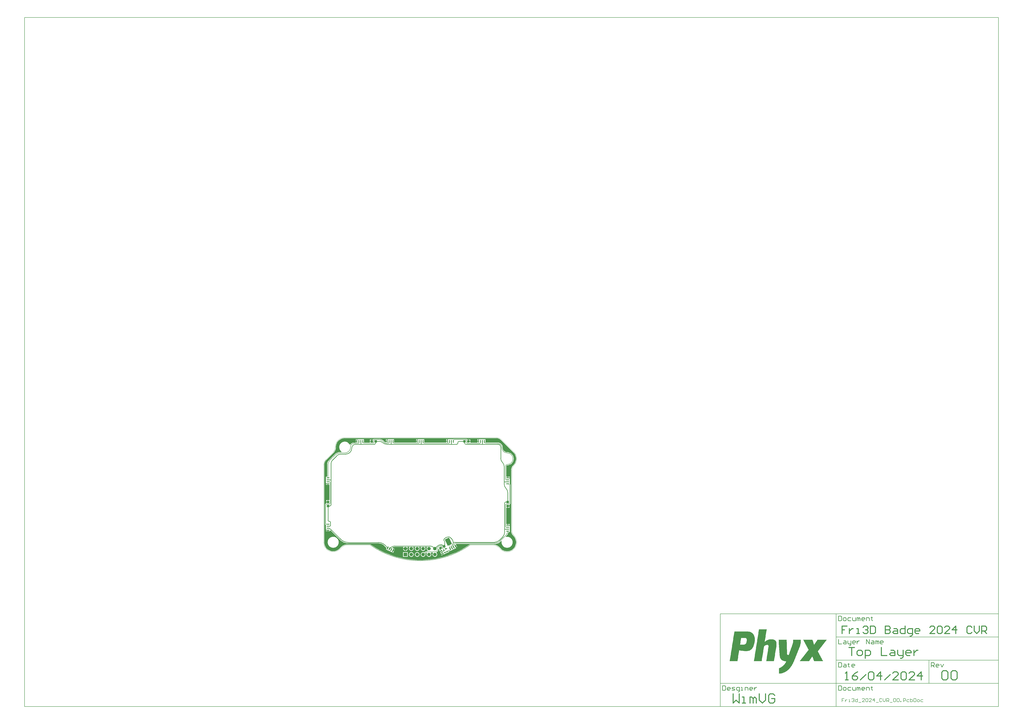
<source format=gtl>
G04*
G04 #@! TF.GenerationSoftware,Altium Limited,Altium Designer,24.4.1 (13)*
G04*
G04 Layer_Physical_Order=1*
G04 Layer_Color=3394611*
%FSLAX25Y25*%
%MOIN*%
G70*
G04*
G04 #@! TF.SameCoordinates,89CB3089-6BD8-41CF-BEDE-02629DB89CB6*
G04*
G04*
G04 #@! TF.FilePolarity,Positive*
G04*
G01*
G75*
%ADD10C,0.00787*%
%ADD11C,0.00591*%
%ADD12C,0.00394*%
%ADD13C,0.01575*%
%ADD14C,0.00984*%
%ADD15R,0.03937X0.04331*%
G04:AMPARAMS|DCode=16|XSize=15.75mil|YSize=35.43mil|CornerRadius=0mil|HoleSize=0mil|Usage=FLASHONLY|Rotation=295.000|XOffset=0mil|YOffset=0mil|HoleType=Round|Shape=Rectangle|*
%AMROTATEDRECTD16*
4,1,4,-0.01938,-0.00035,0.01273,0.01462,0.01938,0.00035,-0.01273,-0.01462,-0.01938,-0.00035,0.0*
%
%ADD16ROTATEDRECTD16*%

G04:AMPARAMS|DCode=17|XSize=19.68mil|YSize=23.62mil|CornerRadius=0mil|HoleSize=0mil|Usage=FLASHONLY|Rotation=115.000|XOffset=0mil|YOffset=0mil|HoleType=Round|Shape=Rectangle|*
%AMROTATEDRECTD17*
4,1,4,0.01486,-0.00393,-0.00655,-0.01391,-0.01486,0.00393,0.00655,0.01391,0.01486,-0.00393,0.0*
%
%ADD17ROTATEDRECTD17*%

G04:AMPARAMS|DCode=18|XSize=39.37mil|YSize=43.31mil|CornerRadius=0mil|HoleSize=0mil|Usage=FLASHONLY|Rotation=295.000|XOffset=0mil|YOffset=0mil|HoleType=Round|Shape=Rectangle|*
%AMROTATEDRECTD18*
4,1,4,-0.02794,0.00869,0.01131,0.02699,0.02794,-0.00869,-0.01131,-0.02699,-0.02794,0.00869,0.0*
%
%ADD18ROTATEDRECTD18*%

G04:AMPARAMS|DCode=19|XSize=51.18mil|YSize=16.54mil|CornerRadius=0mil|HoleSize=0mil|Usage=FLASHONLY|Rotation=65.000|XOffset=0mil|YOffset=0mil|HoleType=Round|Shape=Rectangle|*
%AMROTATEDRECTD19*
4,1,4,-0.00332,-0.02669,-0.01831,-0.01970,0.00332,0.02669,0.01831,0.01970,-0.00332,-0.02669,0.0*
%
%ADD19ROTATEDRECTD19*%

%ADD20R,0.04331X0.03937*%
G04:AMPARAMS|DCode=21|XSize=118.11mil|YSize=78.74mil|CornerRadius=3.94mil|HoleSize=0mil|Usage=FLASHONLY|Rotation=295.000|XOffset=0mil|YOffset=0mil|HoleType=Round|Shape=RoundedRectangle|*
%AMROUNDEDRECTD21*
21,1,0.11811,0.07087,0,0,295.0*
21,1,0.11024,0.07874,0,0,295.0*
1,1,0.00787,-0.00882,-0.06493*
1,1,0.00787,-0.05541,0.03498*
1,1,0.00787,0.00882,0.06493*
1,1,0.00787,0.05541,-0.03498*
%
%ADD21ROUNDEDRECTD21*%
%ADD22R,0.05118X0.01654*%
%ADD23R,0.01654X0.05118*%
G04:AMPARAMS|DCode=24|XSize=51.18mil|YSize=16.54mil|CornerRadius=0mil|HoleSize=0mil|Usage=FLASHONLY|Rotation=115.000|XOffset=0mil|YOffset=0mil|HoleType=Round|Shape=Rectangle|*
%AMROTATEDRECTD24*
4,1,4,0.01831,-0.01970,0.00332,-0.02669,-0.01831,0.01970,-0.00332,0.02669,0.01831,-0.01970,0.0*
%
%ADD24ROTATEDRECTD24*%

%ADD38C,0.05906*%
%ADD39R,0.05906X0.05906*%
G36*
X131265Y213851D02*
X132331Y213638D01*
X133372Y213323D01*
X134377Y212907D01*
X135336Y212394D01*
X136240Y211790D01*
X137080Y211100D01*
X137465Y210716D01*
X158342Y189838D01*
X159044Y189137D01*
X160252Y187562D01*
X161244Y185844D01*
X162003Y184010D01*
X162517Y182094D01*
X162776Y180126D01*
Y178142D01*
X162517Y176174D01*
X162003Y174257D01*
X161244Y172424D01*
X160252Y170705D01*
X159044Y169131D01*
X158342Y168430D01*
X158335Y168419D01*
X158325Y168412D01*
X157912Y167979D01*
X157892Y167947D01*
X157863Y167923D01*
X157112Y167007D01*
X157088Y166963D01*
X157053Y166928D01*
X156395Y165943D01*
X156376Y165897D01*
X156344Y165859D01*
X155786Y164814D01*
X155771Y164766D01*
X155744Y164725D01*
X155290Y163631D01*
X155281Y163582D01*
X155257Y163538D01*
X154913Y162404D01*
X154908Y162355D01*
X154889Y162309D01*
X154658Y161147D01*
Y161097D01*
X154644Y161049D01*
X154528Y159871D01*
X154531Y159833D01*
X154523Y159797D01*
X154509Y159205D01*
X154511Y159192D01*
X154508Y159180D01*
Y57355D01*
X154511Y57343D01*
X154509Y57331D01*
X154523Y56739D01*
X154531Y56702D01*
X154528Y56665D01*
X154644Y55486D01*
X154658Y55438D01*
Y55388D01*
X154889Y54227D01*
X154908Y54181D01*
X154913Y54131D01*
X155257Y52997D01*
X155281Y52954D01*
X155290Y52905D01*
X155744Y51810D01*
X155771Y51769D01*
X155786Y51721D01*
X156344Y50677D01*
X156376Y50638D01*
X156395Y50592D01*
X157053Y49607D01*
X157088Y49572D01*
X157112Y49528D01*
X157863Y48612D01*
X157892Y48589D01*
X157912Y48557D01*
X158321Y48128D01*
X158331Y48121D01*
X158338Y48110D01*
X159185Y47264D01*
X160585Y45336D01*
X161667Y43213D01*
X162403Y40946D01*
X162776Y38593D01*
Y36210D01*
X162403Y33857D01*
X161667Y31591D01*
X160585Y29467D01*
X159185Y27540D01*
X157500Y25855D01*
X155572Y24454D01*
X153449Y23372D01*
X151183Y22636D01*
X148829Y22263D01*
X146446D01*
X144093Y22636D01*
X141827Y23372D01*
X139704Y24454D01*
X137776Y25855D01*
X133910Y29721D01*
X133900Y29728D01*
X133892Y29738D01*
X133463Y30146D01*
X133432Y30166D01*
X133408Y30195D01*
X132492Y30947D01*
X132448Y30970D01*
X132413Y31005D01*
X131428Y31664D01*
X131382Y31683D01*
X131344Y31714D01*
X130299Y32273D01*
X130251Y32287D01*
X130210Y32315D01*
X129116Y32768D01*
X129067Y32778D01*
X129023Y32801D01*
X127889Y33145D01*
X127840Y33150D01*
X127794Y33169D01*
X126632Y33400D01*
X126582D01*
X126534Y33415D01*
X125356Y33531D01*
X125318Y33527D01*
X125282Y33535D01*
X124690Y33550D01*
X124677Y33548D01*
X124665Y33550D01*
X84294D01*
X84188Y33529D01*
X84080Y33527D01*
X83998Y33491D01*
X83910Y33474D01*
X83820Y33413D01*
X83721Y33370D01*
X80675Y31250D01*
X74370Y27324D01*
X67875Y23721D01*
X61207Y20452D01*
X54381Y17525D01*
X47415Y14947D01*
X40328Y12725D01*
X33138Y10865D01*
X25863Y9370D01*
X18521Y8247D01*
X11132Y7496D01*
X3715Y7120D01*
X-3712Y7120D01*
X-11130Y7496D01*
X-18519Y8247D01*
X-25861Y9370D01*
X-33136Y10865D01*
X-40326Y12725D01*
X-47413Y14947D01*
X-54378Y17525D01*
X-61204Y20452D01*
X-67873Y23721D01*
X-74368Y27324D01*
X-80673Y31250D01*
X-83721Y33370D01*
X-83820Y33414D01*
X-83910Y33474D01*
X-83998Y33491D01*
X-84080Y33527D01*
X-84188Y33529D01*
X-84294Y33550D01*
X-124665Y33550D01*
X-124677Y33548D01*
X-124690Y33550D01*
X-125282Y33535D01*
X-125318Y33527D01*
X-125356Y33531D01*
X-126534Y33415D01*
X-126582Y33400D01*
X-126632D01*
X-127794Y33169D01*
X-127840Y33150D01*
X-127889Y33145D01*
X-129023Y32801D01*
X-129067Y32778D01*
X-129116Y32768D01*
X-130210Y32315D01*
X-130251Y32287D01*
X-130299Y32273D01*
X-131344Y31714D01*
X-131382Y31683D01*
X-131428Y31664D01*
X-132413Y31005D01*
X-132448Y30970D01*
X-132492Y30947D01*
X-133408Y30195D01*
X-133432Y30166D01*
X-133463Y30146D01*
X-133892Y29738D01*
X-133900Y29728D01*
X-133910Y29721D01*
X-136933Y26697D01*
X-137723Y25908D01*
X-139517Y24577D01*
X-141487Y23524D01*
X-143589Y22772D01*
X-145780Y22336D01*
X-148010Y22227D01*
X-150233Y22446D01*
X-152399Y22988D01*
X-154463Y23843D01*
X-156378Y24991D01*
X-158105Y26408D01*
X-159604Y28063D01*
X-160845Y29920D01*
X-161800Y31939D01*
X-162448Y34076D01*
X-162776Y36285D01*
Y37402D01*
Y168819D01*
Y169363D01*
X-162670Y170445D01*
X-162457Y171511D01*
X-162142Y172552D01*
X-161725Y173557D01*
X-161213Y174516D01*
X-160609Y175420D01*
X-159919Y176260D01*
X-159534Y176645D01*
X-146921Y189259D01*
X-146914Y189269D01*
X-146903Y189277D01*
X-146495Y189706D01*
X-146475Y189737D01*
X-146446Y189761D01*
X-145694Y190677D01*
X-145671Y190720D01*
X-145636Y190756D01*
X-144977Y191741D01*
X-144958Y191787D01*
X-144927Y191825D01*
X-144369Y192870D01*
X-144354Y192918D01*
X-144326Y192959D01*
X-143873Y194053D01*
X-143863Y194102D01*
X-143840Y194146D01*
X-143496Y195280D01*
X-143491Y195329D01*
X-143472Y195375D01*
X-143241Y196537D01*
Y196587D01*
X-143227Y196634D01*
X-143110Y197813D01*
X-143114Y197851D01*
X-143106Y197887D01*
X-143091Y198479D01*
X-143094Y198492D01*
X-143091Y198504D01*
Y199811D01*
X-142832Y201779D01*
X-142318Y203695D01*
X-141559Y205529D01*
X-140567Y207247D01*
X-139359Y208822D01*
X-137956Y210225D01*
X-136381Y211433D01*
X-134663Y212425D01*
X-132829Y213184D01*
X-130912Y213698D01*
X-128945Y213957D01*
X130183D01*
X131265Y213851D01*
D02*
G37*
G36*
X690376Y-128249D02*
X690090D01*
Y-128535D01*
X689804D01*
Y-128821D01*
Y-129108D01*
X689517D01*
Y-129394D01*
X689231D01*
Y-129680D01*
X688945D01*
Y-129966D01*
Y-130253D01*
X688658D01*
Y-130539D01*
X688372D01*
Y-130825D01*
X688086D01*
Y-131112D01*
X687799D01*
Y-131398D01*
Y-131684D01*
X687513D01*
Y-131971D01*
X687227D01*
Y-132257D01*
X686940D01*
Y-132543D01*
Y-132830D01*
X686654D01*
Y-133116D01*
X686368D01*
Y-133402D01*
X686082D01*
Y-133689D01*
X685795D01*
Y-133975D01*
Y-134261D01*
X685509D01*
Y-134547D01*
X685223D01*
Y-134834D01*
X684936D01*
Y-135120D01*
Y-135406D01*
X684650D01*
Y-135693D01*
X684364D01*
Y-135979D01*
X684077D01*
Y-136265D01*
Y-136552D01*
X683791D01*
Y-136838D01*
X683505D01*
Y-137124D01*
X683218D01*
Y-137411D01*
X682932D01*
Y-137697D01*
Y-137983D01*
X682646D01*
Y-138270D01*
X682359D01*
Y-138556D01*
X682073D01*
Y-138842D01*
Y-139128D01*
X681787D01*
Y-139415D01*
X681500D01*
Y-139701D01*
X681214D01*
Y-139988D01*
Y-140274D01*
X680928D01*
Y-140560D01*
X680642D01*
Y-140846D01*
X680355D01*
Y-141133D01*
X680069D01*
Y-141419D01*
Y-141705D01*
X679783D01*
Y-141992D01*
X679496D01*
Y-142278D01*
X679210D01*
Y-142564D01*
Y-142851D01*
X678924D01*
Y-143137D01*
X678637D01*
Y-143423D01*
X678351D01*
Y-143710D01*
Y-143996D01*
X678065D01*
Y-144282D01*
X677778D01*
Y-144569D01*
X677492D01*
Y-144855D01*
X677206D01*
Y-145141D01*
Y-145427D01*
X676920D01*
Y-145714D01*
X676633D01*
Y-146000D01*
X676347D01*
Y-146286D01*
Y-146573D01*
X676060D01*
Y-146859D01*
X675774D01*
Y-147145D01*
X675488D01*
Y-147432D01*
X675202D01*
Y-147718D01*
Y-148004D01*
X675488D01*
Y-148291D01*
Y-148577D01*
X675774D01*
Y-148863D01*
Y-149150D01*
X676060D01*
Y-149436D01*
X676347D01*
Y-149722D01*
Y-150008D01*
X676633D01*
Y-150295D01*
Y-150581D01*
X676920D01*
Y-150867D01*
Y-151154D01*
X677206D01*
Y-151440D01*
Y-151726D01*
X677492D01*
Y-152013D01*
Y-152299D01*
X677778D01*
Y-152585D01*
Y-152872D01*
X678065D01*
Y-153158D01*
Y-153444D01*
X678351D01*
Y-153730D01*
Y-154017D01*
X678637D01*
Y-154303D01*
X678924D01*
Y-154589D01*
Y-154876D01*
X679210D01*
Y-155162D01*
Y-155448D01*
X679496D01*
Y-155735D01*
Y-156021D01*
X679783D01*
Y-156307D01*
Y-156594D01*
X680069D01*
Y-156880D01*
Y-157166D01*
X680355D01*
Y-157453D01*
Y-157739D01*
X680642D01*
Y-158025D01*
Y-158311D01*
X680928D01*
Y-158598D01*
X681214D01*
Y-158884D01*
Y-159170D01*
X681500D01*
Y-159457D01*
Y-159743D01*
X681787D01*
Y-160029D01*
Y-160316D01*
X682073D01*
Y-160602D01*
Y-160888D01*
X682359D01*
Y-161175D01*
Y-161461D01*
X682646D01*
Y-161747D01*
Y-162034D01*
X682932D01*
Y-162320D01*
Y-162606D01*
X683218D01*
Y-162892D01*
X683505D01*
Y-163179D01*
Y-163465D01*
X683791D01*
Y-163751D01*
Y-164038D01*
X684077D01*
Y-164324D01*
X668903D01*
Y-164038D01*
X668616D01*
Y-163751D01*
Y-163465D01*
Y-163179D01*
X668330D01*
Y-162892D01*
Y-162606D01*
Y-162320D01*
X668044D01*
Y-162034D01*
Y-161747D01*
X667758D01*
Y-161461D01*
Y-161175D01*
Y-160888D01*
X667471D01*
Y-160602D01*
Y-160316D01*
Y-160029D01*
X667185D01*
Y-159743D01*
Y-159457D01*
X666898D01*
Y-159170D01*
Y-158884D01*
Y-158598D01*
X666612D01*
Y-158311D01*
Y-158025D01*
Y-157739D01*
X666326D01*
Y-157453D01*
Y-157166D01*
Y-156880D01*
X666040D01*
Y-156594D01*
X665467D01*
Y-156880D01*
Y-157166D01*
X665181D01*
Y-157453D01*
X664894D01*
Y-157739D01*
Y-158025D01*
X664608D01*
Y-158311D01*
X664322D01*
Y-158598D01*
Y-158884D01*
X664035D01*
Y-159170D01*
X663749D01*
Y-159457D01*
Y-159743D01*
X663463D01*
Y-160029D01*
X663176D01*
Y-160316D01*
X662890D01*
Y-160602D01*
Y-160888D01*
X662604D01*
Y-161175D01*
X662318D01*
Y-161461D01*
Y-161747D01*
X662031D01*
Y-162034D01*
X661745D01*
Y-162320D01*
Y-162606D01*
X661459D01*
Y-162892D01*
X661172D01*
Y-163179D01*
Y-163465D01*
X660886D01*
Y-163751D01*
X660600D01*
Y-164038D01*
Y-164324D01*
X644566D01*
Y-164038D01*
X644852D01*
Y-163751D01*
X645139D01*
Y-163465D01*
X645425D01*
Y-163179D01*
X645711D01*
Y-162892D01*
Y-162606D01*
X645998D01*
Y-162320D01*
X646284D01*
Y-162034D01*
X646570D01*
Y-161747D01*
X646857D01*
Y-161461D01*
Y-161175D01*
X647143D01*
Y-160888D01*
X647429D01*
Y-160602D01*
X647716D01*
Y-160316D01*
Y-160029D01*
X648002D01*
Y-159743D01*
X648288D01*
Y-159457D01*
X648574D01*
Y-159170D01*
X648861D01*
Y-158884D01*
Y-158598D01*
X649147D01*
Y-158311D01*
X649433D01*
Y-158025D01*
X649720D01*
Y-157739D01*
X650006D01*
Y-157453D01*
Y-157166D01*
X650292D01*
Y-156880D01*
X650579D01*
Y-156594D01*
X650865D01*
Y-156307D01*
Y-156021D01*
X651151D01*
Y-155735D01*
X651438D01*
Y-155448D01*
X651724D01*
Y-155162D01*
X652010D01*
Y-154876D01*
Y-154589D01*
X652297D01*
Y-154303D01*
X652583D01*
Y-154017D01*
X652869D01*
Y-153730D01*
Y-153444D01*
X653156D01*
Y-153158D01*
X653442D01*
Y-152872D01*
X653728D01*
Y-152585D01*
X654014D01*
Y-152299D01*
Y-152013D01*
X654301D01*
Y-151726D01*
X654587D01*
Y-151440D01*
X654873D01*
Y-151154D01*
Y-150867D01*
X655160D01*
Y-150581D01*
X655446D01*
Y-150295D01*
X655732D01*
Y-150008D01*
X656019D01*
Y-149722D01*
Y-149436D01*
X656305D01*
Y-149150D01*
X656591D01*
Y-148863D01*
X656878D01*
Y-148577D01*
X657164D01*
Y-148291D01*
Y-148004D01*
X657450D01*
Y-147718D01*
X657736D01*
Y-147432D01*
X658023D01*
Y-147145D01*
Y-146859D01*
X658309D01*
Y-146573D01*
X658596D01*
Y-146286D01*
X658882D01*
Y-146000D01*
X659168D01*
Y-145714D01*
Y-145427D01*
X659454D01*
Y-145141D01*
Y-144855D01*
Y-144569D01*
X659168D01*
Y-144282D01*
X658882D01*
Y-143996D01*
Y-143710D01*
X658596D01*
Y-143423D01*
Y-143137D01*
X658309D01*
Y-142851D01*
Y-142564D01*
X658023D01*
Y-142278D01*
Y-141992D01*
X657736D01*
Y-141705D01*
Y-141419D01*
X657450D01*
Y-141133D01*
Y-140846D01*
X657164D01*
Y-140560D01*
X656878D01*
Y-140274D01*
Y-139988D01*
X656591D01*
Y-139701D01*
Y-139415D01*
X656305D01*
Y-139128D01*
Y-138842D01*
X656019D01*
Y-138556D01*
Y-138270D01*
X655732D01*
Y-137983D01*
Y-137697D01*
X655446D01*
Y-137411D01*
Y-137124D01*
X655160D01*
Y-136838D01*
X654873D01*
Y-136552D01*
Y-136265D01*
X654587D01*
Y-135979D01*
Y-135693D01*
X654301D01*
Y-135406D01*
Y-135120D01*
X654014D01*
Y-134834D01*
Y-134547D01*
X653728D01*
Y-134261D01*
Y-133975D01*
X653442D01*
Y-133689D01*
Y-133402D01*
X653156D01*
Y-133116D01*
Y-132830D01*
X652869D01*
Y-132543D01*
X652583D01*
Y-132257D01*
Y-131971D01*
X652297D01*
Y-131684D01*
Y-131398D01*
X652010D01*
Y-131112D01*
Y-130825D01*
X651724D01*
Y-130539D01*
Y-130253D01*
X651438D01*
Y-129966D01*
Y-129680D01*
X651151D01*
Y-129394D01*
Y-129108D01*
X650865D01*
Y-128821D01*
X650579D01*
Y-128535D01*
Y-128249D01*
X650292D01*
Y-127962D01*
X666040D01*
Y-128249D01*
X666326D01*
Y-128535D01*
Y-128821D01*
Y-129108D01*
X666612D01*
Y-129394D01*
Y-129680D01*
Y-129966D01*
X666898D01*
Y-130253D01*
Y-130539D01*
Y-130825D01*
X667185D01*
Y-131112D01*
Y-131398D01*
Y-131684D01*
X667471D01*
Y-131971D01*
Y-132257D01*
Y-132543D01*
X667758D01*
Y-132830D01*
Y-133116D01*
Y-133402D01*
X668044D01*
Y-133689D01*
Y-133975D01*
Y-134261D01*
X668330D01*
Y-134547D01*
Y-134834D01*
Y-135120D01*
X668616D01*
Y-135406D01*
Y-135693D01*
Y-135979D01*
Y-136265D01*
X669189D01*
Y-135979D01*
X669475D01*
Y-135693D01*
X669762D01*
Y-135406D01*
Y-135120D01*
X670048D01*
Y-134834D01*
X670334D01*
Y-134547D01*
Y-134261D01*
X670621D01*
Y-133975D01*
X670907D01*
Y-133689D01*
Y-133402D01*
X671193D01*
Y-133116D01*
X671480D01*
Y-132830D01*
Y-132543D01*
X671766D01*
Y-132257D01*
X672052D01*
Y-131971D01*
Y-131684D01*
X672338D01*
Y-131398D01*
X672625D01*
Y-131112D01*
Y-130825D01*
X672911D01*
Y-130539D01*
X673197D01*
Y-130253D01*
Y-129966D01*
X673484D01*
Y-129680D01*
X673770D01*
Y-129394D01*
Y-129108D01*
X674056D01*
Y-128821D01*
X674343D01*
Y-128535D01*
Y-128249D01*
X674629D01*
Y-127962D01*
X690376D01*
Y-128249D01*
D02*
G37*
G36*
X557241Y-114219D02*
X558959D01*
Y-114506D01*
X559818D01*
Y-114792D01*
X560676D01*
Y-115078D01*
X561535D01*
Y-115365D01*
X562108D01*
Y-115651D01*
X562394D01*
Y-115937D01*
X562967D01*
Y-116224D01*
X563253D01*
Y-116510D01*
X563826D01*
Y-116796D01*
X564112D01*
Y-117083D01*
X564398D01*
Y-117369D01*
X564685D01*
Y-117655D01*
X564971D01*
Y-117941D01*
X565258D01*
Y-118228D01*
X565544D01*
Y-118514D01*
Y-118800D01*
X565830D01*
Y-119087D01*
X566116D01*
Y-119373D01*
Y-119659D01*
X566403D01*
Y-119946D01*
X566689D01*
Y-120232D01*
Y-120518D01*
X566975D01*
Y-120805D01*
Y-121091D01*
Y-121377D01*
X567262D01*
Y-121663D01*
Y-121950D01*
Y-122236D01*
X567548D01*
Y-122522D01*
Y-122809D01*
Y-123095D01*
Y-123381D01*
X567834D01*
Y-123668D01*
Y-123954D01*
Y-124240D01*
Y-124527D01*
Y-124813D01*
X568121D01*
Y-125099D01*
Y-125385D01*
Y-125672D01*
Y-125958D01*
Y-126244D01*
Y-126531D01*
Y-126817D01*
Y-127103D01*
Y-127390D01*
Y-127676D01*
Y-127962D01*
Y-128249D01*
Y-128535D01*
Y-128821D01*
Y-129108D01*
Y-129394D01*
Y-129680D01*
Y-129966D01*
Y-130253D01*
Y-130539D01*
X567834D01*
Y-130825D01*
Y-131112D01*
Y-131398D01*
Y-131684D01*
Y-131971D01*
Y-132257D01*
Y-132543D01*
X567548D01*
Y-132830D01*
Y-133116D01*
Y-133402D01*
Y-133689D01*
Y-133975D01*
X567262D01*
Y-134261D01*
Y-134547D01*
Y-134834D01*
Y-135120D01*
Y-135406D01*
X566975D01*
Y-135693D01*
Y-135979D01*
Y-136265D01*
X566689D01*
Y-136552D01*
Y-136838D01*
Y-137124D01*
Y-137411D01*
X566403D01*
Y-137697D01*
Y-137983D01*
Y-138270D01*
X566116D01*
Y-138556D01*
Y-138842D01*
X565830D01*
Y-139128D01*
Y-139415D01*
Y-139701D01*
X565544D01*
Y-139988D01*
Y-140274D01*
X565258D01*
Y-140560D01*
Y-140846D01*
X564971D01*
Y-141133D01*
Y-141419D01*
X564685D01*
Y-141705D01*
X564398D01*
Y-141992D01*
Y-142278D01*
X564112D01*
Y-142564D01*
X563826D01*
Y-142851D01*
X563540D01*
Y-143137D01*
Y-143423D01*
X563253D01*
Y-143710D01*
X562967D01*
Y-143996D01*
X562681D01*
Y-144282D01*
X562394D01*
Y-144569D01*
X562108D01*
Y-144855D01*
X561535D01*
Y-145141D01*
X561249D01*
Y-145427D01*
X560676D01*
Y-145714D01*
X560390D01*
Y-146000D01*
X559818D01*
Y-146286D01*
X558959D01*
Y-146573D01*
X558100D01*
Y-146859D01*
X557241D01*
Y-147145D01*
X555523D01*
Y-147432D01*
X550369D01*
Y-147145D01*
X547792D01*
Y-146859D01*
X545788D01*
Y-146573D01*
X544357D01*
Y-146286D01*
X542925D01*
Y-146000D01*
X541494D01*
Y-146286D01*
Y-146573D01*
Y-146859D01*
Y-147145D01*
Y-147432D01*
Y-147718D01*
Y-148004D01*
X541207D01*
Y-148291D01*
Y-148577D01*
Y-148863D01*
Y-149150D01*
Y-149436D01*
Y-149722D01*
X540921D01*
Y-150008D01*
Y-150295D01*
Y-150581D01*
Y-150867D01*
Y-151154D01*
Y-151440D01*
X540635D01*
Y-151726D01*
Y-152013D01*
Y-152299D01*
Y-152585D01*
Y-152872D01*
Y-153158D01*
Y-153444D01*
X540348D01*
Y-153730D01*
Y-154017D01*
Y-154303D01*
Y-154589D01*
Y-154876D01*
Y-155162D01*
X540062D01*
Y-155448D01*
Y-155735D01*
Y-156021D01*
Y-156307D01*
Y-156594D01*
Y-156880D01*
X539776D01*
Y-157166D01*
Y-157453D01*
Y-157739D01*
Y-158025D01*
Y-158311D01*
Y-158598D01*
Y-158884D01*
X539489D01*
Y-159170D01*
Y-159457D01*
Y-159743D01*
Y-160029D01*
Y-160316D01*
Y-160602D01*
X539203D01*
Y-160888D01*
Y-161175D01*
Y-161461D01*
Y-161747D01*
Y-162034D01*
Y-162320D01*
X538917D01*
Y-162606D01*
Y-162892D01*
Y-163179D01*
Y-163465D01*
Y-163751D01*
Y-164038D01*
Y-164324D01*
X525460D01*
Y-164038D01*
X525746D01*
Y-163751D01*
Y-163465D01*
Y-163179D01*
Y-162892D01*
Y-162606D01*
X526033D01*
Y-162320D01*
Y-162034D01*
Y-161747D01*
Y-161461D01*
Y-161175D01*
Y-160888D01*
Y-160602D01*
X526319D01*
Y-160316D01*
Y-160029D01*
Y-159743D01*
Y-159457D01*
Y-159170D01*
Y-158884D01*
X526605D01*
Y-158598D01*
Y-158311D01*
Y-158025D01*
Y-157739D01*
Y-157453D01*
Y-157166D01*
X526892D01*
Y-156880D01*
Y-156594D01*
Y-156307D01*
Y-156021D01*
Y-155735D01*
Y-155448D01*
Y-155162D01*
X527178D01*
Y-154876D01*
Y-154589D01*
Y-154303D01*
Y-154017D01*
Y-153730D01*
Y-153444D01*
X527464D01*
Y-153158D01*
Y-152872D01*
Y-152585D01*
Y-152299D01*
Y-152013D01*
Y-151726D01*
X527750D01*
Y-151440D01*
Y-151154D01*
Y-150867D01*
Y-150581D01*
Y-150295D01*
Y-150008D01*
X528037D01*
Y-149722D01*
Y-149436D01*
Y-149150D01*
Y-148863D01*
Y-148577D01*
Y-148291D01*
Y-148004D01*
X528323D01*
Y-147718D01*
Y-147432D01*
Y-147145D01*
Y-146859D01*
Y-146573D01*
Y-146286D01*
X528609D01*
Y-146000D01*
Y-145714D01*
Y-145427D01*
Y-145141D01*
Y-144855D01*
Y-144569D01*
X528896D01*
Y-144282D01*
Y-143996D01*
Y-143710D01*
Y-143423D01*
Y-143137D01*
Y-142851D01*
X529182D01*
Y-142564D01*
Y-142278D01*
Y-141992D01*
Y-141705D01*
Y-141419D01*
Y-141133D01*
Y-140846D01*
X529468D01*
Y-140560D01*
Y-140274D01*
Y-139988D01*
Y-139701D01*
Y-139415D01*
Y-139128D01*
X529755D01*
Y-138842D01*
Y-138556D01*
Y-138270D01*
Y-137983D01*
Y-137697D01*
Y-137411D01*
X530041D01*
Y-137124D01*
Y-136838D01*
Y-136552D01*
Y-136265D01*
Y-135979D01*
Y-135693D01*
Y-135406D01*
X530327D01*
Y-135120D01*
Y-134834D01*
Y-134547D01*
Y-134261D01*
Y-133975D01*
Y-133689D01*
X530614D01*
Y-133402D01*
Y-133116D01*
Y-132830D01*
Y-132543D01*
Y-132257D01*
Y-131971D01*
X530900D01*
Y-131684D01*
Y-131398D01*
Y-131112D01*
Y-130825D01*
Y-130539D01*
Y-130253D01*
X531186D01*
Y-129966D01*
Y-129680D01*
Y-129394D01*
Y-129108D01*
Y-128821D01*
Y-128535D01*
Y-128249D01*
X531473D01*
Y-127962D01*
Y-127676D01*
Y-127390D01*
Y-127103D01*
Y-126817D01*
Y-126531D01*
X531759D01*
Y-126244D01*
Y-125958D01*
Y-125672D01*
Y-125385D01*
Y-125099D01*
Y-124813D01*
X532045D01*
Y-124527D01*
Y-124240D01*
Y-123954D01*
Y-123668D01*
Y-123381D01*
Y-123095D01*
Y-122809D01*
X532332D01*
Y-122522D01*
Y-122236D01*
Y-121950D01*
Y-121663D01*
Y-121377D01*
Y-121091D01*
X532618D01*
Y-120805D01*
Y-120518D01*
Y-120232D01*
Y-119946D01*
Y-119659D01*
Y-119373D01*
X532904D01*
Y-119087D01*
Y-118800D01*
Y-118514D01*
Y-118228D01*
Y-117941D01*
Y-117655D01*
Y-117369D01*
X533190D01*
Y-117083D01*
Y-116796D01*
Y-116510D01*
Y-116224D01*
Y-115937D01*
Y-115651D01*
X533477D01*
Y-115365D01*
Y-115078D01*
Y-114792D01*
Y-114506D01*
Y-114219D01*
Y-113933D01*
X557241D01*
Y-114219D01*
D02*
G37*
G36*
X646284Y-128249D02*
Y-128535D01*
Y-128821D01*
Y-129108D01*
Y-129394D01*
Y-129680D01*
Y-129966D01*
Y-130253D01*
Y-130539D01*
Y-130825D01*
Y-131112D01*
Y-131398D01*
Y-131684D01*
Y-131971D01*
Y-132257D01*
Y-132543D01*
Y-132830D01*
Y-133116D01*
Y-133402D01*
Y-133689D01*
Y-133975D01*
X645998D01*
Y-134261D01*
Y-134547D01*
Y-134834D01*
Y-135120D01*
Y-135406D01*
X645711D01*
Y-135693D01*
Y-135979D01*
Y-136265D01*
Y-136552D01*
X645425D01*
Y-136838D01*
Y-137124D01*
Y-137411D01*
Y-137697D01*
X645139D01*
Y-137983D01*
Y-138270D01*
Y-138556D01*
X644852D01*
Y-138842D01*
Y-139128D01*
Y-139415D01*
X644566D01*
Y-139701D01*
Y-139988D01*
Y-140274D01*
X644280D01*
Y-140560D01*
Y-140846D01*
Y-141133D01*
X643994D01*
Y-141419D01*
Y-141705D01*
X643707D01*
Y-141992D01*
Y-142278D01*
X643421D01*
Y-142564D01*
Y-142851D01*
Y-143137D01*
X643135D01*
Y-143423D01*
Y-143710D01*
X642848D01*
Y-143996D01*
Y-144282D01*
Y-144569D01*
X642562D01*
Y-144855D01*
Y-145141D01*
X642276D01*
Y-145427D01*
Y-145714D01*
Y-146000D01*
X641989D01*
Y-146286D01*
Y-146573D01*
X641703D01*
Y-146859D01*
Y-147145D01*
Y-147432D01*
X641417D01*
Y-147718D01*
Y-148004D01*
X641130D01*
Y-148291D01*
Y-148577D01*
Y-148863D01*
X640844D01*
Y-149150D01*
Y-149436D01*
X640558D01*
Y-149722D01*
Y-150008D01*
Y-150295D01*
X640271D01*
Y-150581D01*
Y-150867D01*
X639985D01*
Y-151154D01*
Y-151440D01*
Y-151726D01*
X639699D01*
Y-152013D01*
Y-152299D01*
X639412D01*
Y-152585D01*
Y-152872D01*
Y-153158D01*
X639126D01*
Y-153444D01*
Y-153730D01*
X638840D01*
Y-154017D01*
Y-154303D01*
Y-154589D01*
X638554D01*
Y-154876D01*
Y-155162D01*
X638267D01*
Y-155448D01*
Y-155735D01*
Y-156021D01*
X637981D01*
Y-156307D01*
Y-156594D01*
X637695D01*
Y-156880D01*
Y-157166D01*
Y-157453D01*
X637408D01*
Y-157739D01*
Y-158025D01*
X637122D01*
Y-158311D01*
Y-158598D01*
Y-158884D01*
X636836D01*
Y-159170D01*
Y-159457D01*
X636549D01*
Y-159743D01*
Y-160029D01*
Y-160316D01*
X636263D01*
Y-160602D01*
Y-160888D01*
X635977D01*
Y-161175D01*
Y-161461D01*
Y-161747D01*
X635690D01*
Y-162034D01*
Y-162320D01*
X635404D01*
Y-162606D01*
Y-162892D01*
Y-163179D01*
X635118D01*
Y-163465D01*
Y-163751D01*
X634831D01*
Y-164038D01*
Y-164324D01*
Y-164610D01*
X634545D01*
Y-164897D01*
Y-165183D01*
X634259D01*
Y-165469D01*
Y-165756D01*
X633973D01*
Y-166042D01*
Y-166328D01*
X633686D01*
Y-166615D01*
Y-166901D01*
Y-167187D01*
X633400D01*
Y-167473D01*
X633114D01*
Y-167760D01*
Y-168046D01*
Y-168333D01*
X632827D01*
Y-168619D01*
X632541D01*
Y-168905D01*
Y-169191D01*
X632255D01*
Y-169478D01*
Y-169764D01*
X631968D01*
Y-170050D01*
Y-170337D01*
X631682D01*
Y-170623D01*
Y-170909D01*
X631396D01*
Y-171196D01*
X631109D01*
Y-171482D01*
Y-171768D01*
X630823D01*
Y-172055D01*
Y-172341D01*
X630537D01*
Y-172627D01*
X630251D01*
Y-172914D01*
X629964D01*
Y-173200D01*
Y-173486D01*
X629678D01*
Y-173772D01*
X629392D01*
Y-174059D01*
Y-174345D01*
X629105D01*
Y-174631D01*
X628819D01*
Y-174918D01*
X628533D01*
Y-175204D01*
Y-175490D01*
X628246D01*
Y-175777D01*
X627960D01*
Y-176063D01*
X627674D01*
Y-176349D01*
X627387D01*
Y-176636D01*
X627101D01*
Y-176922D01*
Y-177208D01*
X626815D01*
Y-177495D01*
X626528D01*
Y-177781D01*
X626242D01*
Y-178067D01*
X625956D01*
Y-178353D01*
X625669D01*
Y-178640D01*
X625383D01*
Y-178926D01*
X625097D01*
Y-179212D01*
X624524D01*
Y-179499D01*
X624238D01*
Y-179785D01*
X623952D01*
Y-180071D01*
X623665D01*
Y-180358D01*
X623379D01*
Y-180644D01*
X622806D01*
Y-180930D01*
X622520D01*
Y-181217D01*
X621947D01*
Y-181503D01*
X621661D01*
Y-181789D01*
X621089D01*
Y-182076D01*
X620802D01*
Y-182362D01*
X620229D01*
Y-182648D01*
X619657D01*
Y-182934D01*
X619084D01*
Y-183221D01*
X618512D01*
Y-183507D01*
X617939D01*
Y-183793D01*
X617080D01*
Y-184080D01*
X616507D01*
Y-184366D01*
X615649D01*
Y-184652D01*
X614503D01*
Y-184939D01*
X613358D01*
Y-185225D01*
X611640D01*
Y-185511D01*
X609636D01*
Y-185798D01*
X609350D01*
Y-185511D01*
Y-185225D01*
Y-184939D01*
Y-184652D01*
Y-184366D01*
Y-184080D01*
Y-183793D01*
Y-183507D01*
Y-183221D01*
Y-182934D01*
Y-182648D01*
Y-182362D01*
Y-182076D01*
Y-181789D01*
Y-181503D01*
Y-181217D01*
Y-180930D01*
Y-180644D01*
Y-180358D01*
Y-180071D01*
Y-179785D01*
Y-179499D01*
Y-179212D01*
Y-178926D01*
Y-178640D01*
Y-178353D01*
Y-178067D01*
Y-177781D01*
Y-177495D01*
Y-177208D01*
Y-176922D01*
Y-176636D01*
Y-176349D01*
X609922D01*
Y-176063D01*
X610495D01*
Y-175777D01*
X611067D01*
Y-175490D01*
X611640D01*
Y-175204D01*
X612213D01*
Y-174918D01*
X612785D01*
Y-174631D01*
X613072D01*
Y-174345D01*
X613644D01*
Y-174059D01*
X613931D01*
Y-173772D01*
X614503D01*
Y-173486D01*
X614790D01*
Y-173200D01*
X615076D01*
Y-172914D01*
X615649D01*
Y-172627D01*
X615935D01*
Y-172341D01*
X616221D01*
Y-172055D01*
X616507D01*
Y-171768D01*
X616794D01*
Y-171482D01*
X617080D01*
Y-171196D01*
X617366D01*
Y-170909D01*
X617653D01*
Y-170623D01*
X617939D01*
Y-170337D01*
X618225D01*
Y-170050D01*
X618512D01*
Y-169764D01*
X618798D01*
Y-169478D01*
Y-169191D01*
X619084D01*
Y-168905D01*
X619371D01*
Y-168619D01*
X619657D01*
Y-168333D01*
Y-168046D01*
X619943D01*
Y-167760D01*
X620229D01*
Y-167473D01*
Y-167187D01*
X620516D01*
Y-166901D01*
Y-166615D01*
X620802D01*
Y-166328D01*
X621089D01*
Y-166042D01*
Y-165756D01*
X621375D01*
Y-165469D01*
Y-165183D01*
X621661D01*
Y-164897D01*
Y-164610D01*
X619943D01*
Y-164324D01*
X617939D01*
Y-164038D01*
X616794D01*
Y-163751D01*
X616221D01*
Y-163465D01*
X615362D01*
Y-163179D01*
X614790D01*
Y-162892D01*
X614503D01*
Y-162606D01*
X613931D01*
Y-162320D01*
X613644D01*
Y-162034D01*
X613358D01*
Y-161747D01*
X613072D01*
Y-161461D01*
X612785D01*
Y-161175D01*
X612499D01*
Y-160888D01*
Y-160602D01*
X612213D01*
Y-160316D01*
X611927D01*
Y-160029D01*
Y-159743D01*
X611640D01*
Y-159457D01*
Y-159170D01*
X611354D01*
Y-158884D01*
Y-158598D01*
X611067D01*
Y-158311D01*
Y-158025D01*
Y-157739D01*
X610781D01*
Y-157453D01*
Y-157166D01*
Y-156880D01*
Y-156594D01*
X610495D01*
Y-156307D01*
Y-156021D01*
Y-155735D01*
Y-155448D01*
Y-155162D01*
Y-154876D01*
Y-154589D01*
X610209D01*
Y-154303D01*
Y-154017D01*
Y-153730D01*
Y-153444D01*
Y-153158D01*
Y-152872D01*
Y-152585D01*
Y-152299D01*
Y-152013D01*
Y-151726D01*
Y-151440D01*
Y-151154D01*
Y-150867D01*
Y-150581D01*
Y-150295D01*
X609922D01*
Y-150008D01*
Y-149722D01*
Y-149436D01*
Y-149150D01*
Y-148863D01*
Y-148577D01*
Y-148291D01*
Y-148004D01*
Y-147718D01*
Y-147432D01*
Y-147145D01*
Y-146859D01*
Y-146573D01*
Y-146286D01*
Y-146000D01*
X609636D01*
Y-145714D01*
Y-145427D01*
Y-145141D01*
Y-144855D01*
Y-144569D01*
Y-144282D01*
Y-143996D01*
Y-143710D01*
Y-143423D01*
Y-143137D01*
Y-142851D01*
Y-142564D01*
Y-142278D01*
Y-141992D01*
Y-141705D01*
Y-141419D01*
X609350D01*
Y-141133D01*
Y-140846D01*
Y-140560D01*
Y-140274D01*
Y-139988D01*
Y-139701D01*
Y-139415D01*
Y-139128D01*
Y-138842D01*
Y-138556D01*
Y-138270D01*
Y-137983D01*
Y-137697D01*
Y-137411D01*
Y-137124D01*
Y-136838D01*
X609063D01*
Y-136552D01*
Y-136265D01*
Y-135979D01*
Y-135693D01*
Y-135406D01*
Y-135120D01*
Y-134834D01*
Y-134547D01*
Y-134261D01*
Y-133975D01*
Y-133689D01*
Y-133402D01*
Y-133116D01*
Y-132830D01*
X608777D01*
Y-132543D01*
Y-132257D01*
Y-131971D01*
Y-131684D01*
Y-131398D01*
Y-131112D01*
Y-130825D01*
Y-130539D01*
Y-130253D01*
Y-129966D01*
Y-129680D01*
Y-129394D01*
Y-129108D01*
Y-128821D01*
Y-128535D01*
Y-128249D01*
X608491D01*
Y-127962D01*
X622234D01*
Y-128249D01*
Y-128535D01*
Y-128821D01*
Y-129108D01*
Y-129394D01*
Y-129680D01*
Y-129966D01*
Y-130253D01*
Y-130539D01*
Y-130825D01*
Y-131112D01*
Y-131398D01*
Y-131684D01*
Y-131971D01*
X622520D01*
Y-132257D01*
Y-132543D01*
Y-132830D01*
Y-133116D01*
Y-133402D01*
Y-133689D01*
Y-133975D01*
Y-134261D01*
Y-134547D01*
Y-134834D01*
Y-135120D01*
Y-135406D01*
Y-135693D01*
Y-135979D01*
Y-136265D01*
Y-136552D01*
Y-136838D01*
Y-137124D01*
Y-137411D01*
Y-137697D01*
Y-137983D01*
Y-138270D01*
Y-138556D01*
Y-138842D01*
Y-139128D01*
Y-139415D01*
Y-139701D01*
Y-139988D01*
Y-140274D01*
Y-140560D01*
Y-140846D01*
Y-141133D01*
Y-141419D01*
Y-141705D01*
Y-141992D01*
Y-142278D01*
Y-142564D01*
Y-142851D01*
Y-143137D01*
Y-143423D01*
Y-143710D01*
X622806D01*
Y-143996D01*
X622520D01*
Y-144282D01*
Y-144569D01*
X622806D01*
Y-144855D01*
Y-145141D01*
Y-145427D01*
Y-145714D01*
Y-146000D01*
Y-146286D01*
Y-146573D01*
Y-146859D01*
Y-147145D01*
Y-147432D01*
Y-147718D01*
Y-148004D01*
Y-148291D01*
Y-148577D01*
Y-148863D01*
Y-149150D01*
Y-149436D01*
Y-149722D01*
Y-150008D01*
Y-150295D01*
Y-150581D01*
Y-150867D01*
Y-151154D01*
Y-151440D01*
Y-151726D01*
Y-152013D01*
X623093D01*
Y-152299D01*
Y-152585D01*
Y-152872D01*
X623379D01*
Y-153158D01*
X623665D01*
Y-153444D01*
X623952D01*
Y-153730D01*
X624811D01*
Y-154017D01*
X625669D01*
Y-153730D01*
X625956D01*
Y-153444D01*
Y-153158D01*
Y-152872D01*
X626242D01*
Y-152585D01*
Y-152299D01*
X626528D01*
Y-152013D01*
Y-151726D01*
Y-151440D01*
X626815D01*
Y-151154D01*
Y-150867D01*
Y-150581D01*
X627101D01*
Y-150295D01*
Y-150008D01*
Y-149722D01*
X627387D01*
Y-149436D01*
Y-149150D01*
Y-148863D01*
X627674D01*
Y-148577D01*
Y-148291D01*
X627960D01*
Y-148004D01*
Y-147718D01*
Y-147432D01*
X628246D01*
Y-147145D01*
Y-146859D01*
Y-146573D01*
X628533D01*
Y-146286D01*
Y-146000D01*
Y-145714D01*
X628819D01*
Y-145427D01*
Y-145141D01*
X629105D01*
Y-144855D01*
Y-144569D01*
Y-144282D01*
X629392D01*
Y-143996D01*
Y-143710D01*
Y-143423D01*
X629678D01*
Y-143137D01*
Y-142851D01*
Y-142564D01*
X629964D01*
Y-142278D01*
Y-141992D01*
X630251D01*
Y-141705D01*
Y-141419D01*
Y-141133D01*
X630537D01*
Y-140846D01*
Y-140560D01*
Y-140274D01*
X630823D01*
Y-139988D01*
Y-139701D01*
Y-139415D01*
X631109D01*
Y-139128D01*
Y-138842D01*
X631396D01*
Y-138556D01*
Y-138270D01*
Y-137983D01*
X631682D01*
Y-137697D01*
Y-137411D01*
Y-137124D01*
X631968D01*
Y-136838D01*
Y-136552D01*
Y-136265D01*
X632255D01*
Y-135979D01*
Y-135693D01*
Y-135406D01*
Y-135120D01*
X632541D01*
Y-134834D01*
Y-134547D01*
Y-134261D01*
Y-133975D01*
X632827D01*
Y-133689D01*
Y-133402D01*
Y-133116D01*
Y-132830D01*
Y-132543D01*
X633114D01*
Y-132257D01*
Y-131971D01*
Y-131684D01*
Y-131398D01*
Y-131112D01*
Y-130825D01*
X633400D01*
Y-130539D01*
Y-130253D01*
Y-129966D01*
Y-129680D01*
Y-129394D01*
Y-129108D01*
Y-128821D01*
Y-128535D01*
Y-128249D01*
Y-127962D01*
X646284D01*
Y-128249D01*
D02*
G37*
G36*
X588449Y-110784D02*
Y-111070D01*
X588163D01*
Y-111356D01*
Y-111643D01*
Y-111929D01*
Y-112215D01*
Y-112501D01*
Y-112788D01*
X587876D01*
Y-113074D01*
Y-113360D01*
Y-113647D01*
Y-113933D01*
Y-114219D01*
Y-114506D01*
X587590D01*
Y-114792D01*
Y-115078D01*
Y-115365D01*
Y-115651D01*
Y-115937D01*
Y-116224D01*
Y-116510D01*
X587304D01*
Y-116796D01*
Y-117083D01*
Y-117369D01*
Y-117655D01*
Y-117941D01*
Y-118228D01*
X587017D01*
Y-118514D01*
Y-118800D01*
Y-119087D01*
Y-119373D01*
Y-119659D01*
Y-119946D01*
X586731D01*
Y-120232D01*
Y-120518D01*
Y-120805D01*
Y-121091D01*
Y-121377D01*
Y-121663D01*
Y-121950D01*
X586445D01*
Y-122236D01*
Y-122522D01*
Y-122809D01*
Y-123095D01*
Y-123381D01*
Y-123668D01*
X586158D01*
Y-123954D01*
Y-124240D01*
Y-124527D01*
Y-124813D01*
Y-125099D01*
Y-125385D01*
X585872D01*
Y-125672D01*
Y-125958D01*
Y-126244D01*
Y-126531D01*
Y-126817D01*
Y-127103D01*
X585586D01*
Y-127390D01*
Y-127676D01*
Y-127962D01*
Y-128249D01*
Y-128535D01*
Y-128821D01*
Y-129108D01*
X585299D01*
Y-129394D01*
Y-129680D01*
Y-129966D01*
Y-130253D01*
Y-130539D01*
Y-130825D01*
X585013D01*
Y-131112D01*
Y-131398D01*
X585586D01*
Y-131112D01*
X585872D01*
Y-130825D01*
X586158D01*
Y-130539D01*
X586731D01*
Y-130253D01*
X587017D01*
Y-129966D01*
X587304D01*
Y-129680D01*
X587876D01*
Y-129394D01*
X588449D01*
Y-129108D01*
X588735D01*
Y-128821D01*
X589308D01*
Y-128535D01*
X590167D01*
Y-128249D01*
X590739D01*
Y-127962D01*
X591598D01*
Y-127676D01*
X593030D01*
Y-127390D01*
X599329D01*
Y-127676D01*
X600474D01*
Y-127962D01*
X601333D01*
Y-128249D01*
X601905D01*
Y-128535D01*
X602192D01*
Y-128821D01*
X602765D01*
Y-129108D01*
X603051D01*
Y-129394D01*
X603337D01*
Y-129680D01*
X603623D01*
Y-129966D01*
X603910D01*
Y-130253D01*
Y-130539D01*
X604196D01*
Y-130825D01*
Y-131112D01*
X604482D01*
Y-131398D01*
Y-131684D01*
Y-131971D01*
X604769D01*
Y-132257D01*
Y-132543D01*
Y-132830D01*
Y-133116D01*
X605055D01*
Y-133402D01*
Y-133689D01*
Y-133975D01*
Y-134261D01*
Y-134547D01*
Y-134834D01*
Y-135120D01*
Y-135406D01*
Y-135693D01*
Y-135979D01*
Y-136265D01*
Y-136552D01*
Y-136838D01*
Y-137124D01*
Y-137411D01*
Y-137697D01*
Y-137983D01*
Y-138270D01*
X604769D01*
Y-138556D01*
Y-138842D01*
Y-139128D01*
Y-139415D01*
Y-139701D01*
Y-139988D01*
Y-140274D01*
X604482D01*
Y-140560D01*
Y-140846D01*
Y-141133D01*
Y-141419D01*
Y-141705D01*
Y-141992D01*
Y-142278D01*
X604196D01*
Y-142564D01*
Y-142851D01*
Y-143137D01*
Y-143423D01*
Y-143710D01*
Y-143996D01*
X603910D01*
Y-144282D01*
Y-144569D01*
Y-144855D01*
Y-145141D01*
Y-145427D01*
Y-145714D01*
X603623D01*
Y-146000D01*
Y-146286D01*
Y-146573D01*
Y-146859D01*
Y-147145D01*
Y-147432D01*
X603337D01*
Y-147718D01*
Y-148004D01*
Y-148291D01*
Y-148577D01*
Y-148863D01*
Y-149150D01*
Y-149436D01*
X603051D01*
Y-149722D01*
Y-150008D01*
Y-150295D01*
Y-150581D01*
Y-150867D01*
Y-151154D01*
X602765D01*
Y-151440D01*
Y-151726D01*
Y-152013D01*
Y-152299D01*
Y-152585D01*
Y-152872D01*
X602478D01*
Y-153158D01*
Y-153444D01*
Y-153730D01*
Y-154017D01*
Y-154303D01*
Y-154589D01*
Y-154876D01*
X602192D01*
Y-155162D01*
Y-155448D01*
Y-155735D01*
Y-156021D01*
Y-156307D01*
Y-156594D01*
X601905D01*
Y-156880D01*
Y-157166D01*
Y-157453D01*
Y-157739D01*
Y-158025D01*
Y-158311D01*
X601619D01*
Y-158598D01*
Y-158884D01*
Y-159170D01*
Y-159457D01*
Y-159743D01*
Y-160029D01*
X601333D01*
Y-160316D01*
Y-160602D01*
Y-160888D01*
Y-161175D01*
Y-161461D01*
Y-161747D01*
Y-162034D01*
X601047D01*
Y-162320D01*
Y-162606D01*
Y-162892D01*
Y-163179D01*
Y-163465D01*
Y-163751D01*
X600760D01*
Y-164038D01*
Y-164324D01*
X587590D01*
Y-164038D01*
Y-163751D01*
X587876D01*
Y-163465D01*
Y-163179D01*
Y-162892D01*
Y-162606D01*
Y-162320D01*
Y-162034D01*
X588163D01*
Y-161747D01*
Y-161461D01*
Y-161175D01*
Y-160888D01*
Y-160602D01*
Y-160316D01*
Y-160029D01*
X588449D01*
Y-159743D01*
Y-159457D01*
Y-159170D01*
Y-158884D01*
Y-158598D01*
Y-158311D01*
X588735D01*
Y-158025D01*
Y-157739D01*
Y-157453D01*
Y-157166D01*
Y-156880D01*
Y-156594D01*
X589021D01*
Y-156307D01*
Y-156021D01*
Y-155735D01*
Y-155448D01*
Y-155162D01*
Y-154876D01*
Y-154589D01*
X589308D01*
Y-154303D01*
Y-154017D01*
Y-153730D01*
Y-153444D01*
Y-153158D01*
Y-152872D01*
X589594D01*
Y-152585D01*
Y-152299D01*
Y-152013D01*
Y-151726D01*
Y-151440D01*
Y-151154D01*
Y-150867D01*
X589880D01*
Y-150581D01*
Y-150295D01*
Y-150008D01*
Y-149722D01*
Y-149436D01*
Y-149150D01*
X590167D01*
Y-148863D01*
Y-148577D01*
Y-148291D01*
Y-148004D01*
Y-147718D01*
Y-147432D01*
X590453D01*
Y-147145D01*
Y-146859D01*
Y-146573D01*
Y-146286D01*
Y-146000D01*
Y-145714D01*
X590739D01*
Y-145427D01*
Y-145141D01*
Y-144855D01*
Y-144569D01*
Y-144282D01*
Y-143996D01*
Y-143710D01*
X591026D01*
Y-143423D01*
Y-143137D01*
Y-142851D01*
Y-142564D01*
Y-142278D01*
Y-141992D01*
X591312D01*
Y-141705D01*
Y-141419D01*
Y-141133D01*
Y-140846D01*
Y-140560D01*
Y-140274D01*
Y-139988D01*
X591598D01*
Y-139701D01*
Y-139415D01*
Y-139128D01*
Y-138842D01*
Y-138556D01*
Y-138270D01*
X591312D01*
Y-137983D01*
Y-137697D01*
X591026D01*
Y-137411D01*
X590739D01*
Y-137124D01*
X590167D01*
Y-136838D01*
X588449D01*
Y-137124D01*
X587017D01*
Y-137411D01*
X586158D01*
Y-137697D01*
X585586D01*
Y-137983D01*
X585299D01*
Y-138270D01*
X584727D01*
Y-138556D01*
X584440D01*
Y-138842D01*
X584154D01*
Y-139128D01*
Y-139415D01*
X583868D01*
Y-139701D01*
Y-139988D01*
Y-140274D01*
X583581D01*
Y-140560D01*
Y-140846D01*
Y-141133D01*
Y-141419D01*
Y-141705D01*
Y-141992D01*
X583295D01*
Y-142278D01*
Y-142564D01*
Y-142851D01*
Y-143137D01*
Y-143423D01*
Y-143710D01*
Y-143996D01*
X583009D01*
Y-144282D01*
Y-144569D01*
Y-144855D01*
Y-145141D01*
Y-145427D01*
Y-145714D01*
X582723D01*
Y-146000D01*
Y-146286D01*
Y-146573D01*
Y-146859D01*
Y-147145D01*
Y-147432D01*
X582436D01*
Y-147718D01*
Y-148004D01*
Y-148291D01*
Y-148577D01*
Y-148863D01*
Y-149150D01*
X582150D01*
Y-149436D01*
Y-149722D01*
Y-150008D01*
Y-150295D01*
Y-150581D01*
Y-150867D01*
Y-151154D01*
X581864D01*
Y-151440D01*
Y-151726D01*
Y-152013D01*
Y-152299D01*
Y-152585D01*
Y-152872D01*
X581577D01*
Y-153158D01*
Y-153444D01*
Y-153730D01*
Y-154017D01*
Y-154303D01*
Y-154589D01*
X581291D01*
Y-154876D01*
Y-155162D01*
Y-155448D01*
Y-155735D01*
Y-156021D01*
Y-156307D01*
Y-156594D01*
X581005D01*
Y-156880D01*
Y-157166D01*
Y-157453D01*
Y-157739D01*
Y-158025D01*
Y-158311D01*
X580718D01*
Y-158598D01*
Y-158884D01*
Y-159170D01*
Y-159457D01*
Y-159743D01*
Y-160029D01*
X580432D01*
Y-160316D01*
Y-160602D01*
Y-160888D01*
Y-161175D01*
Y-161461D01*
Y-161747D01*
X580146D01*
Y-162034D01*
Y-162320D01*
Y-162606D01*
Y-162892D01*
Y-163179D01*
Y-163465D01*
Y-163751D01*
X579859D01*
Y-164038D01*
Y-164324D01*
X566689D01*
Y-164038D01*
Y-163751D01*
X566975D01*
Y-163465D01*
Y-163179D01*
Y-162892D01*
Y-162606D01*
Y-162320D01*
Y-162034D01*
Y-161747D01*
X567262D01*
Y-161461D01*
Y-161175D01*
Y-160888D01*
Y-160602D01*
Y-160316D01*
Y-160029D01*
X567548D01*
Y-159743D01*
Y-159457D01*
Y-159170D01*
Y-158884D01*
Y-158598D01*
Y-158311D01*
X567834D01*
Y-158025D01*
Y-157739D01*
Y-157453D01*
Y-157166D01*
Y-156880D01*
Y-156594D01*
Y-156307D01*
X568121D01*
Y-156021D01*
Y-155735D01*
Y-155448D01*
Y-155162D01*
Y-154876D01*
Y-154589D01*
X568407D01*
Y-154303D01*
Y-154017D01*
Y-153730D01*
Y-153444D01*
Y-153158D01*
Y-152872D01*
X568693D01*
Y-152585D01*
Y-152299D01*
Y-152013D01*
Y-151726D01*
Y-151440D01*
Y-151154D01*
X568980D01*
Y-150867D01*
Y-150581D01*
Y-150295D01*
Y-150008D01*
Y-149722D01*
Y-149436D01*
Y-149150D01*
X569266D01*
Y-148863D01*
Y-148577D01*
Y-148291D01*
Y-148004D01*
Y-147718D01*
Y-147432D01*
X569552D01*
Y-147145D01*
Y-146859D01*
Y-146573D01*
Y-146286D01*
Y-146000D01*
Y-145714D01*
X569838D01*
Y-145427D01*
Y-145141D01*
Y-144855D01*
Y-144569D01*
Y-144282D01*
Y-143996D01*
Y-143710D01*
X570125D01*
Y-143423D01*
Y-143137D01*
Y-142851D01*
Y-142564D01*
Y-142278D01*
Y-141992D01*
X570411D01*
Y-141705D01*
Y-141419D01*
Y-141133D01*
Y-140846D01*
Y-140560D01*
Y-140274D01*
X570697D01*
Y-139988D01*
Y-139701D01*
Y-139415D01*
Y-139128D01*
Y-138842D01*
Y-138556D01*
X570984D01*
Y-138270D01*
Y-137983D01*
Y-137697D01*
Y-137411D01*
Y-137124D01*
Y-136838D01*
Y-136552D01*
X571270D01*
Y-136265D01*
Y-135979D01*
Y-135693D01*
Y-135406D01*
Y-135120D01*
Y-134834D01*
X571556D01*
Y-134547D01*
Y-134261D01*
Y-133975D01*
Y-133689D01*
Y-133402D01*
Y-133116D01*
X571843D01*
Y-132830D01*
Y-132543D01*
Y-132257D01*
Y-131971D01*
Y-131684D01*
Y-131398D01*
X572129D01*
Y-131112D01*
Y-130825D01*
Y-130539D01*
Y-130253D01*
Y-129966D01*
Y-129680D01*
Y-129394D01*
X572415D01*
Y-129108D01*
Y-128821D01*
Y-128535D01*
Y-128249D01*
Y-127962D01*
Y-127676D01*
X572702D01*
Y-127390D01*
Y-127103D01*
Y-126817D01*
Y-126531D01*
Y-126244D01*
Y-125958D01*
X572988D01*
Y-125672D01*
Y-125385D01*
Y-125099D01*
Y-124813D01*
Y-124527D01*
Y-124240D01*
Y-123954D01*
X573274D01*
Y-123668D01*
Y-123381D01*
Y-123095D01*
Y-122809D01*
Y-122522D01*
Y-122236D01*
X573560D01*
Y-121950D01*
Y-121663D01*
Y-121377D01*
Y-121091D01*
Y-120805D01*
Y-120518D01*
X573847D01*
Y-120232D01*
Y-119946D01*
Y-119659D01*
Y-119373D01*
Y-119087D01*
Y-118800D01*
X574133D01*
Y-118514D01*
Y-118228D01*
Y-117941D01*
Y-117655D01*
Y-117369D01*
Y-117083D01*
Y-116796D01*
X574419D01*
Y-116510D01*
Y-116224D01*
Y-115937D01*
Y-115651D01*
Y-115365D01*
Y-115078D01*
X574706D01*
Y-114792D01*
Y-114506D01*
Y-114219D01*
Y-113933D01*
Y-113647D01*
Y-113360D01*
X574992D01*
Y-113074D01*
Y-112788D01*
Y-112501D01*
Y-112215D01*
Y-111929D01*
Y-111643D01*
Y-111356D01*
X575278D01*
Y-111070D01*
Y-110784D01*
Y-110497D01*
X588449D01*
Y-110784D01*
D02*
G37*
%LPC*%
G36*
X77576Y213033D02*
Y213009D01*
X58266D01*
Y213010D01*
X57482Y212907D01*
X56752Y212604D01*
X56231Y212205D01*
X47988D01*
Y212220D01*
X46661D01*
Y208661D01*
X46161D01*
Y208161D01*
X44335D01*
Y206490D01*
X8433D01*
X8374Y206478D01*
X7468Y206658D01*
X6831Y207084D01*
Y212205D01*
X-3193D01*
Y212220D01*
X-4520D01*
Y208661D01*
X-5020D01*
Y208161D01*
X-6847D01*
Y206490D01*
X-42748D01*
X-42807Y206478D01*
X-43713Y206658D01*
X-44350Y207084D01*
Y212205D01*
X-54374D01*
Y212220D01*
X-55701D01*
Y208661D01*
X-56201D01*
Y208161D01*
X-58028D01*
Y207286D01*
X-58815Y206781D01*
X-59281Y206974D01*
X-60048Y207563D01*
X-60061Y207582D01*
X-62086Y209608D01*
X-62080Y209615D01*
X-63430Y210768D01*
X-64943Y211695D01*
X-66584Y212375D01*
X-68310Y212789D01*
X-70080Y212929D01*
Y212919D01*
X-77756D01*
Y212938D01*
X-78639Y212762D01*
X-79388Y212262D01*
X-79810Y211630D01*
X-81586D01*
Y208662D01*
X-82086D01*
Y208162D01*
X-85252D01*
Y206781D01*
X-94943D01*
X-94954Y206792D01*
X-95496Y207355D01*
X-95531Y207764D01*
Y212205D01*
X-105555D01*
Y212220D01*
X-106882D01*
Y208661D01*
X-107382D01*
Y208161D01*
X-109209D01*
Y206448D01*
X-112770D01*
Y206455D01*
X-114068Y206327D01*
X-115316Y205948D01*
X-116466Y205334D01*
X-117474Y204506D01*
X-118301Y203499D01*
X-118630Y202883D01*
X-119523D01*
X-120141Y204039D01*
X-121309Y205463D01*
X-122733Y206631D01*
X-124357Y207499D01*
X-126120Y208034D01*
X-127953Y208214D01*
X-129786Y208034D01*
X-131548Y207499D01*
X-133173Y206631D01*
X-134597Y205463D01*
X-135765Y204039D01*
X-136633Y202414D01*
X-137168Y200652D01*
X-137348Y198819D01*
X-137168Y196986D01*
X-136633Y195223D01*
X-135765Y193599D01*
X-134597Y192175D01*
X-133248Y191068D01*
X-133270Y190619D01*
X-133354Y190281D01*
X-136606D01*
Y190291D01*
X-138376Y190152D01*
X-140102Y189737D01*
X-141743Y189058D01*
X-143256Y188130D01*
X-144606Y186977D01*
X-144599Y186970D01*
X-144599Y186970D01*
X-154490Y177080D01*
X-154497Y177087D01*
X-155650Y175737D01*
X-156577Y174223D01*
X-157257Y172582D01*
X-157671Y170856D01*
X-157810Y169086D01*
X-157801D01*
Y148563D01*
X-160039D01*
Y144941D01*
Y141595D01*
Y138539D01*
X-160055D01*
Y137213D01*
X-156496D01*
Y136713D01*
X-155996D01*
Y134886D01*
X-154174D01*
Y108874D01*
X-155996D01*
Y105708D01*
X-156496D01*
Y105208D01*
X-159464D01*
Y103542D01*
X-160172Y103249D01*
X-160821Y102751D01*
X-161319Y102102D01*
X-161633Y101346D01*
X-161739Y100534D01*
X-161738D01*
Y69173D01*
X-161760D01*
X-161571Y68221D01*
X-161031Y67413D01*
X-160224Y66874D01*
X-160039Y66837D01*
Y62854D01*
Y59799D01*
X-160055D01*
Y58472D01*
X-156496D01*
Y57972D01*
X-155996D01*
Y56146D01*
X-152937D01*
Y57260D01*
X-152209Y57561D01*
X-135938Y41290D01*
X-135938Y41290D01*
X-135948Y41280D01*
X-134017Y39588D01*
X-131882Y38161D01*
X-129579Y37025D01*
X-127148Y36200D01*
X-124629Y35699D01*
X-122067Y35531D01*
Y35544D01*
X-122067Y35544D01*
X-70807D01*
X-70727Y35560D01*
X-68612Y35394D01*
X-66470Y34879D01*
X-64435Y34037D01*
X-62557Y32886D01*
X-61471Y31958D01*
X-60898Y31440D01*
X-60347Y30888D01*
X-57081Y27623D01*
X-58180Y25266D01*
X-55558Y24043D01*
X-54898Y23735D01*
X-54238Y23427D01*
X-52525Y22629D01*
X-51865Y22321D01*
X-51205Y22013D01*
X-49096Y21030D01*
X-49103Y21016D01*
X-47900Y20455D01*
X-46396Y23680D01*
X-44892Y26906D01*
X-46094Y27467D01*
X-46101Y27452D01*
X-46905Y27827D01*
X-46926Y28615D01*
X-46385Y28904D01*
X-44788Y29388D01*
X-43194Y29545D01*
X-43127Y29532D01*
X-28770D01*
X-28357Y28745D01*
X-28683Y28179D01*
X-28953Y27174D01*
Y27154D01*
X-21047D01*
Y27174D01*
X-21317Y28179D01*
X-21643Y28745D01*
X-21230Y29532D01*
X-18744D01*
X-18339Y28745D01*
X-18669Y28173D01*
X-18937Y27172D01*
Y26135D01*
X-18669Y25134D01*
X-18150Y24236D01*
X-17417Y23503D01*
X-16520Y22985D01*
X-15518Y22716D01*
X-14482D01*
X-13480Y22985D01*
X-12583Y23503D01*
X-11850Y24236D01*
X-11331Y25134D01*
X-11063Y26135D01*
Y27172D01*
X-11331Y28173D01*
X-11661Y28745D01*
X-11255Y29532D01*
X-8744D01*
X-8339Y28745D01*
X-8669Y28173D01*
X-8937Y27172D01*
Y26135D01*
X-8669Y25134D01*
X-8150Y24236D01*
X-7417Y23503D01*
X-6520Y22985D01*
X-5518Y22716D01*
X-4482D01*
X-3480Y22985D01*
X-2583Y23503D01*
X-1850Y24236D01*
X-1331Y25134D01*
X-1063Y26135D01*
Y27172D01*
X-1331Y28173D01*
X-1661Y28745D01*
X-1256Y29532D01*
X1256D01*
X1661Y28745D01*
X1331Y28173D01*
X1063Y27172D01*
Y26135D01*
X1331Y25134D01*
X1850Y24236D01*
X2583Y23503D01*
X3480Y22985D01*
X4482Y22716D01*
X5518D01*
X6520Y22985D01*
X7417Y23503D01*
X8150Y24236D01*
X8669Y25134D01*
X8937Y26135D01*
Y27172D01*
X8669Y28173D01*
X8339Y28745D01*
X8744Y29532D01*
X11255D01*
X11661Y28745D01*
X11331Y28173D01*
X11063Y27172D01*
Y26135D01*
X11331Y25134D01*
X11850Y24236D01*
X12583Y23503D01*
X12934Y23300D01*
X12753Y22496D01*
X11979Y22435D01*
X10252Y22020D01*
X8612Y21341D01*
X7098Y20413D01*
X6801Y20160D01*
X6520Y20322D01*
X5518Y20591D01*
X4482D01*
X3480Y20322D01*
X2583Y19804D01*
X1850Y19071D01*
X1331Y18173D01*
X1063Y17172D01*
Y16135D01*
X1331Y15134D01*
X1850Y14236D01*
X2583Y13503D01*
X3480Y12985D01*
X4482Y12717D01*
X5518D01*
X6520Y12985D01*
X7417Y13503D01*
X8150Y14236D01*
X8669Y15134D01*
X8937Y16135D01*
Y17172D01*
X8669Y18173D01*
X9256Y18690D01*
X10414Y19309D01*
X11268Y19568D01*
X11407Y19449D01*
X11745Y18890D01*
X11331Y18173D01*
X11063Y17172D01*
Y16135D01*
X11331Y15134D01*
X11850Y14236D01*
X12583Y13503D01*
X13480Y12985D01*
X14482Y12717D01*
X15518D01*
X16520Y12985D01*
X17417Y13503D01*
X18150Y14236D01*
X18669Y15134D01*
X18937Y16135D01*
Y17172D01*
X18669Y18173D01*
X18150Y19071D01*
X18054Y19168D01*
X18380Y19955D01*
X21620D01*
X21947Y19168D01*
X21850Y19071D01*
X21331Y18173D01*
X21063Y17172D01*
Y16135D01*
X21331Y15134D01*
X21850Y14236D01*
X22583Y13503D01*
X23480Y12985D01*
X24482Y12717D01*
X25518D01*
X26520Y12985D01*
X27417Y13503D01*
X28150Y14236D01*
X28669Y15134D01*
X28937Y16135D01*
Y17172D01*
X28669Y18173D01*
X28150Y19071D01*
X27664Y19557D01*
X27751Y20358D01*
X27820Y20474D01*
X28221Y20640D01*
X29311Y21476D01*
X30147Y22566D01*
X30673Y23835D01*
X30852Y25197D01*
X30832D01*
Y26463D01*
X31620Y26638D01*
X32970Y23742D01*
X32708Y23002D01*
X32671Y22985D01*
X33215Y21818D01*
X35727Y22989D01*
X36150Y22083D01*
X33638Y20912D01*
X34182Y19745D01*
X34196Y19752D01*
X34848Y18353D01*
X34834Y18346D01*
X35378Y17179D01*
X37890Y18351D01*
X38102Y17898D01*
X38555Y18109D01*
X39310Y16489D01*
X41369Y17449D01*
X41362Y17463D01*
X44738Y19037D01*
Y19037D01*
X49198Y21117D01*
X48838Y21888D01*
X50754Y22781D01*
X50819Y22642D01*
X53192Y23749D01*
X53851Y24056D01*
X54511Y24364D01*
X56224Y25163D01*
X56884Y25471D01*
X57544Y25778D01*
X59903Y26878D01*
X59910Y26864D01*
X61112Y27425D01*
X59608Y30650D01*
X60061Y30861D01*
X59850Y31315D01*
X61506Y32087D01*
X60616Y33994D01*
X60995Y34685D01*
X61150Y34705D01*
X61161Y34703D01*
X128064D01*
Y34693D01*
X129834Y34832D01*
X131561Y35247D01*
X133201Y35926D01*
X134715Y36854D01*
X136065Y38007D01*
X136058Y38014D01*
X137775Y39731D01*
X138451Y39327D01*
X138423Y39235D01*
X138242Y37402D01*
X138423Y35569D01*
X138957Y33806D01*
X139826Y32182D01*
X140994Y30758D01*
X142418Y29589D01*
X144042Y28721D01*
X145805Y28187D01*
X147638Y28006D01*
X149471Y28187D01*
X151233Y28721D01*
X152858Y29589D01*
X154281Y30758D01*
X155450Y32182D01*
X156318Y33806D01*
X156853Y35569D01*
X157033Y37402D01*
X156853Y39235D01*
X156318Y40997D01*
X155450Y42621D01*
X154281Y44045D01*
X152858Y45214D01*
X151233Y46082D01*
X149471Y46617D01*
X147638Y46797D01*
X145805Y46617D01*
X145713Y46589D01*
X145308Y47264D01*
X146804Y48760D01*
X146809Y48754D01*
X147897Y50028D01*
X148772Y51455D01*
X149412Y53002D01*
X149769Y54488D01*
X152165D01*
Y57835D01*
Y61181D01*
Y64512D01*
X152181D01*
Y65839D01*
X148622D01*
Y66339D01*
X148122D01*
Y68165D01*
X146364D01*
Y95851D01*
X148122D01*
Y99016D01*
X148622D01*
Y99516D01*
X151590D01*
Y101389D01*
X151792Y101473D01*
X152436Y101967D01*
X152931Y102611D01*
X153242Y103361D01*
X153347Y104166D01*
X153346D01*
Y133293D01*
X153361D01*
X153200Y134520D01*
X152726Y135663D01*
X152165Y136394D01*
Y141595D01*
Y144925D01*
X152181D01*
Y146252D01*
X148622D01*
Y146752D01*
X148122D01*
Y148579D01*
X146230D01*
Y166579D01*
X146229Y166584D01*
X146335Y167118D01*
X146641Y167576D01*
X146935Y167773D01*
X147638Y167977D01*
X149383Y168115D01*
X151085Y168524D01*
X152703Y169193D01*
X154195Y170108D01*
X155527Y171245D01*
X156664Y172576D01*
X157578Y174069D01*
X158248Y175686D01*
X158657Y177389D01*
X158794Y179134D01*
X158657Y180879D01*
X158248Y182581D01*
X157578Y184199D01*
X156664Y185691D01*
X155527Y187023D01*
X154195Y188160D01*
X152703Y189074D01*
X151085Y189744D01*
X149383Y190153D01*
X147638Y190290D01*
Y190290D01*
X146873Y190345D01*
X146162Y190415D01*
X144743Y190845D01*
X143435Y191544D01*
X142288Y192485D01*
X141348Y193632D01*
X140648Y194940D01*
X140218Y196359D01*
X140102Y197541D01*
X140099Y198327D01*
X140099D01*
X139939Y199950D01*
X139466Y201511D01*
X138697Y202949D01*
X137663Y204209D01*
X136402Y205244D01*
X134964Y206012D01*
X133404Y206486D01*
X131781Y206646D01*
Y206631D01*
X111802D01*
X111801Y206630D01*
X111297Y206731D01*
X110869Y207016D01*
X110869Y207017D01*
X110866Y207019D01*
Y212205D01*
X100842D01*
Y212220D01*
X99516D01*
Y208661D01*
X99016D01*
Y208161D01*
X97189D01*
Y206439D01*
X85252D01*
Y208161D01*
X82086D01*
Y208661D01*
X81586D01*
Y211630D01*
X79806D01*
X79363Y212292D01*
X78543Y212840D01*
X77576Y213033D01*
D02*
G37*
G36*
X-82586Y211630D02*
X-85252D01*
Y209162D01*
X-82586D01*
Y211630D01*
D02*
G37*
G36*
X-5520Y212220D02*
X-6847D01*
Y209161D01*
X-5520D01*
Y212220D01*
D02*
G37*
G36*
X-56701D02*
X-58028D01*
Y209161D01*
X-56701D01*
Y212220D01*
D02*
G37*
G36*
X-107882D02*
X-109209D01*
Y209161D01*
X-107882D01*
Y212220D01*
D02*
G37*
G36*
X45661D02*
X44335D01*
Y209161D01*
X45661D01*
Y212220D01*
D02*
G37*
G36*
X98516D02*
X97189D01*
Y209161D01*
X98516D01*
Y212220D01*
D02*
G37*
G36*
X85252Y211630D02*
X82586D01*
Y209161D01*
X85252D01*
Y211630D01*
D02*
G37*
G36*
X152181Y148579D02*
X149122D01*
Y147252D01*
X152181D01*
Y148579D01*
D02*
G37*
G36*
X-156996Y136213D02*
X-160055D01*
Y134886D01*
X-156996D01*
Y136213D01*
D02*
G37*
G36*
X-156996Y108874D02*
X-159464D01*
Y106208D01*
X-156996D01*
Y108874D01*
D02*
G37*
G36*
X151590Y98516D02*
X149122D01*
Y95851D01*
X151590D01*
Y98516D01*
D02*
G37*
G36*
X152181Y68165D02*
X149122D01*
Y66839D01*
X152181D01*
Y68165D01*
D02*
G37*
G36*
X-156996Y57472D02*
X-160055D01*
Y56146D01*
X-156996D01*
Y57472D01*
D02*
G37*
G36*
X-147638Y46797D02*
X-149471Y46617D01*
X-151233Y46082D01*
X-152858Y45214D01*
X-154281Y44045D01*
X-155450Y42621D01*
X-156318Y40997D01*
X-156853Y39235D01*
X-157033Y37402D01*
X-156853Y35569D01*
X-156318Y33806D01*
X-155450Y32182D01*
X-154281Y30758D01*
X-152858Y29589D01*
X-151233Y28721D01*
X-149471Y28187D01*
X-147638Y28006D01*
X-145805Y28187D01*
X-144042Y28721D01*
X-142418Y29589D01*
X-140994Y30758D01*
X-139826Y32182D01*
X-138957Y33806D01*
X-138423Y35569D01*
X-138242Y37402D01*
X-138423Y39235D01*
X-138957Y40997D01*
X-139826Y42621D01*
X-140994Y44045D01*
X-142418Y45214D01*
X-144042Y46082D01*
X-145805Y46617D01*
X-147638Y46797D01*
D02*
G37*
G36*
X61928Y31180D02*
X60726Y30620D01*
X62019Y27847D01*
X63221Y28408D01*
X61928Y31180D01*
D02*
G37*
G36*
X-43985Y26483D02*
X-45278Y23711D01*
X-44076Y23150D01*
X-42783Y25923D01*
X-43985Y26483D01*
D02*
G37*
G36*
X-21047Y26153D02*
X-24500D01*
Y22701D01*
X-24480D01*
X-23474Y22970D01*
X-22573Y23491D01*
X-21837Y24227D01*
X-21317Y25128D01*
X-21047Y26133D01*
Y26153D01*
D02*
G37*
G36*
X-25500D02*
X-28953D01*
Y26133D01*
X-28683Y25128D01*
X-28163Y24227D01*
X-27427Y23491D01*
X-26526Y22970D01*
X-25520Y22701D01*
X-25500D01*
Y26153D01*
D02*
G37*
G36*
X-45701Y22805D02*
X-46994Y20032D01*
X-45791Y19471D01*
X-44498Y22244D01*
X-45701Y22805D01*
D02*
G37*
G36*
X37860Y17233D02*
X35801Y16273D01*
X36345Y15107D01*
X38404Y16067D01*
X37860Y17233D01*
D02*
G37*
G36*
X-4482Y20591D02*
X-5518D01*
X-6520Y20322D01*
X-7417Y19804D01*
X-8150Y19071D01*
X-8669Y18173D01*
X-8937Y17172D01*
Y16135D01*
X-8669Y15134D01*
X-8150Y14236D01*
X-7417Y13503D01*
X-6520Y12985D01*
X-5518Y12717D01*
X-4482D01*
X-3480Y12985D01*
X-2583Y13503D01*
X-1850Y14236D01*
X-1331Y15134D01*
X-1063Y16135D01*
Y17172D01*
X-1331Y18173D01*
X-1850Y19071D01*
X-2583Y19804D01*
X-3480Y20322D01*
X-4482Y20591D01*
D02*
G37*
G36*
X-14482D02*
X-15518D01*
X-16520Y20322D01*
X-17417Y19804D01*
X-18150Y19071D01*
X-18669Y18173D01*
X-18937Y17172D01*
Y16135D01*
X-18669Y15134D01*
X-18150Y14236D01*
X-17417Y13503D01*
X-16520Y12985D01*
X-15518Y12717D01*
X-14482D01*
X-13480Y12985D01*
X-12583Y13503D01*
X-11850Y14236D01*
X-11331Y15134D01*
X-11063Y16135D01*
Y17172D01*
X-11331Y18173D01*
X-11850Y19071D01*
X-12583Y19804D01*
X-13480Y20322D01*
X-14482Y20591D01*
D02*
G37*
G36*
X-21063D02*
X-28937D01*
Y12717D01*
X-21063D01*
Y20591D01*
D02*
G37*
G36*
X552946Y-125099D02*
X544929D01*
Y-125385D01*
Y-125672D01*
Y-125958D01*
Y-126244D01*
Y-126531D01*
X544643D01*
Y-126817D01*
Y-127103D01*
Y-127390D01*
Y-127676D01*
Y-127962D01*
Y-128249D01*
X544357D01*
Y-128535D01*
Y-128821D01*
Y-129108D01*
Y-129394D01*
Y-129680D01*
Y-129966D01*
X544070D01*
Y-130253D01*
Y-130539D01*
Y-130825D01*
Y-131112D01*
Y-131398D01*
Y-131684D01*
X543784D01*
Y-131971D01*
Y-132257D01*
Y-132543D01*
Y-132830D01*
Y-133116D01*
Y-133402D01*
Y-133689D01*
X543498D01*
Y-133975D01*
Y-134261D01*
Y-134547D01*
Y-134834D01*
Y-135120D01*
Y-135406D01*
X543211D01*
Y-135693D01*
Y-135979D01*
Y-136265D01*
X550369D01*
Y-135979D01*
X551514D01*
Y-135693D01*
X552087D01*
Y-135406D01*
X552373D01*
Y-135120D01*
X552660D01*
Y-134834D01*
X552946D01*
Y-134547D01*
X553232D01*
Y-134261D01*
Y-133975D01*
X553519D01*
Y-133689D01*
Y-133402D01*
X553805D01*
Y-133116D01*
Y-132830D01*
X554091D01*
Y-132543D01*
Y-132257D01*
Y-131971D01*
Y-131684D01*
X554378D01*
Y-131398D01*
Y-131112D01*
Y-130825D01*
Y-130539D01*
Y-130253D01*
X554664D01*
Y-129966D01*
Y-129680D01*
Y-129394D01*
Y-129108D01*
Y-128821D01*
Y-128535D01*
Y-128249D01*
Y-127962D01*
Y-127676D01*
Y-127390D01*
Y-127103D01*
X554378D01*
Y-126817D01*
Y-126531D01*
X554091D01*
Y-126244D01*
Y-125958D01*
X553805D01*
Y-125672D01*
X553519D01*
Y-125385D01*
X552946D01*
Y-125099D01*
D02*
G37*
%LPD*%
D10*
X863787Y-202012D02*
Y-162642D01*
X706307Y-123272D02*
X981897D01*
X706307Y-162642D02*
X981897D01*
X509456Y-202012D02*
X981897D01*
X509456Y-83902D02*
X981897D01*
X509456Y-241382D02*
Y-83902D01*
X706307Y-241382D02*
Y-83902D01*
X-671646Y927909D02*
X981897D01*
Y-241382D02*
Y927909D01*
X-671646Y-241382D02*
Y927909D01*
Y-241382D02*
X981897D01*
X720085Y-227604D02*
X716149D01*
Y-230556D01*
X718117D01*
X716149D01*
Y-233508D01*
X722053Y-229572D02*
Y-233508D01*
Y-231540D01*
X723037Y-230556D01*
X724021Y-229572D01*
X725005D01*
X727956Y-233508D02*
X729924D01*
X728940D01*
Y-229572D01*
X727956D01*
X732876Y-228588D02*
X733860Y-227604D01*
X735828D01*
X736812Y-228588D01*
Y-229572D01*
X735828Y-230556D01*
X734844D01*
X735828D01*
X736812Y-231540D01*
Y-232524D01*
X735828Y-233508D01*
X733860D01*
X732876Y-232524D01*
X742716Y-227604D02*
Y-233508D01*
X739764D01*
X738780Y-232524D01*
Y-230556D01*
X739764Y-229572D01*
X742716D01*
X744683Y-234492D02*
X748619D01*
X754523Y-233508D02*
X750587D01*
X754523Y-229572D01*
Y-228588D01*
X753539Y-227604D01*
X751571D01*
X750587Y-228588D01*
X756491D02*
X757475Y-227604D01*
X759442D01*
X760426Y-228588D01*
Y-232524D01*
X759442Y-233508D01*
X757475D01*
X756491Y-232524D01*
Y-228588D01*
X766330Y-233508D02*
X762394D01*
X766330Y-229572D01*
Y-228588D01*
X765346Y-227604D01*
X763378D01*
X762394Y-228588D01*
X771250Y-233508D02*
Y-227604D01*
X768298Y-230556D01*
X772233D01*
X774201Y-234492D02*
X778137D01*
X784041Y-228588D02*
X783057Y-227604D01*
X781089D01*
X780105Y-228588D01*
Y-232524D01*
X781089Y-233508D01*
X783057D01*
X784041Y-232524D01*
X786009Y-227604D02*
Y-231540D01*
X787976Y-233508D01*
X789944Y-231540D01*
Y-227604D01*
X791912Y-233508D02*
Y-227604D01*
X794864D01*
X795848Y-228588D01*
Y-230556D01*
X794864Y-231540D01*
X791912D01*
X793880D02*
X795848Y-233508D01*
X797816Y-234492D02*
X801752D01*
X803719Y-228588D02*
X804703Y-227604D01*
X806671D01*
X807655Y-228588D01*
Y-232524D01*
X806671Y-233508D01*
X804703D01*
X803719Y-232524D01*
Y-228588D01*
X809623D02*
X810607Y-227604D01*
X812575D01*
X813559Y-228588D01*
Y-232524D01*
X812575Y-233508D01*
X810607D01*
X809623Y-232524D01*
Y-228588D01*
X815527Y-233508D02*
Y-232524D01*
X816510D01*
Y-233508D01*
X815527D01*
X820446D02*
Y-227604D01*
X823398D01*
X824382Y-228588D01*
Y-230556D01*
X823398Y-231540D01*
X820446D01*
X830286Y-229572D02*
X827334D01*
X826350Y-230556D01*
Y-232524D01*
X827334Y-233508D01*
X830286D01*
X832253Y-227604D02*
Y-233508D01*
X835205D01*
X836189Y-232524D01*
Y-231540D01*
Y-230556D01*
X835205Y-229572D01*
X832253D01*
X838157Y-227604D02*
Y-233508D01*
X841109D01*
X842093Y-232524D01*
Y-228588D01*
X841109Y-227604D01*
X838157D01*
X845045Y-233508D02*
X847012D01*
X847996Y-232524D01*
Y-230556D01*
X847012Y-229572D01*
X845045D01*
X844061Y-230556D01*
Y-232524D01*
X845045Y-233508D01*
X853900Y-229572D02*
X850948D01*
X849964Y-230556D01*
Y-232524D01*
X850948Y-233508D01*
X853900D01*
D11*
X147638Y169291D02*
G03*
X147638Y188976I0J9843D01*
G01*
Y169291D02*
G03*
X144925Y166579I0J-2713D01*
G01*
X109055Y208246D02*
G03*
X109946Y206095I3042J0D01*
G01*
D02*
G03*
X111802Y205326I1856J1856D01*
G01*
X138779Y198327D02*
G03*
X131781Y205326I-6999J0D01*
G01*
X138779Y197835D02*
G03*
X147638Y188976I8858J0D01*
G01*
X144925Y144707D02*
G03*
X146226Y143405I1301J0D01*
G01*
X145881Y49682D02*
G03*
X148622Y56299I-6617J6617D01*
G01*
X128064Y36007D02*
G03*
X135135Y38936I0J10000D01*
G01*
X57874Y34646D02*
G03*
X56726Y31874I2771J-2771D01*
G01*
X57877Y34648D02*
G03*
X57874Y34646I3285J-3290D01*
G01*
X61161Y36007D02*
G03*
X57877Y34648I0J-4649D01*
G01*
X146412Y102362D02*
G03*
X145059Y101010I0J-1352D01*
G01*
Y63860D02*
G03*
X145927Y62992I868J0D01*
G01*
X150237Y102362D02*
G03*
X152041Y104166I0J1804D01*
G01*
Y133293D02*
G03*
X148622Y136713I-3419J0D01*
G01*
X-153567Y176157D02*
G03*
X-156496Y169086I7071J-7071D01*
G01*
X-136606Y188976D02*
G03*
X-143677Y186047I0J-10000D01*
G01*
X-127953Y188976D02*
G03*
X-118110Y198819I0J9843D01*
G01*
X-112770Y205143D02*
G03*
X-118110Y199803I0J-5340D01*
G01*
X-105070Y205143D02*
G03*
X-104035Y206177I0J1034D01*
G01*
X-160433Y69173D02*
G03*
X-159272Y68012I1161J0D01*
G01*
X-158605Y102362D02*
G03*
X-160433Y100534I0J-1828D01*
G01*
X-154202Y102362D02*
G03*
X-152869Y103695I0J1333D01*
G01*
Y139291D02*
G03*
X-153637Y140059I-768J0D01*
G01*
X57048Y211200D02*
G03*
X56201Y209155I2045J-2045D01*
G01*
X58266Y211704D02*
G03*
X57048Y211200I0J-1722D01*
G01*
X78776Y210505D02*
G03*
X77576Y211704I-1199J0D01*
G01*
X78776Y206770D02*
G03*
X80411Y205134I1636J0D01*
G01*
X100967D02*
G03*
X102362Y206530I0J1395D01*
G01*
X48811Y205185D02*
G03*
X49508Y205882I0J697D01*
G01*
X5020Y208049D02*
G03*
X5745Y206298I2476J0D01*
G01*
D02*
G03*
X8433Y205185I2688J2688D01*
G01*
X-45436Y206298D02*
G03*
X-42748Y205185I2688J2688D01*
G01*
X-46161Y208049D02*
G03*
X-45436Y206298I2476J0D01*
G01*
X-2370Y205185D02*
G03*
X-1673Y205882I0J697D01*
G01*
X-97342Y208360D02*
G03*
X-96395Y206073I3233J0D01*
G01*
D02*
G03*
X-94954Y205476I1442J1442D01*
G01*
X-79793D02*
G03*
X-78740Y206529I0J1053D01*
G01*
X-77756Y211614D02*
G03*
X-78740Y210630I0J-984D01*
G01*
X-63009Y208685D02*
G03*
X-70080Y211614I-7071J-7071D01*
G01*
X-60984Y206660D02*
G03*
X-57385Y205169I3599J3599D01*
G01*
X-54736D02*
G03*
X-52854Y207051I0J1882D01*
G01*
X50551Y27612D02*
G03*
X50962Y26619I1405J0D01*
G01*
X50551Y32106D02*
G03*
X48031Y38189I-8602J0D01*
G01*
X36619Y31324D02*
G03*
X35103Y31876I-1034J-482D01*
G01*
X30746Y29844D02*
G03*
X29528Y26902I2942J-2942D01*
G01*
X25591Y21260D02*
G03*
X29528Y25197I0J3937D01*
G01*
X13748Y21260D02*
G03*
X6677Y18331I0J-10000D01*
G01*
X37499Y20440D02*
G03*
X40279Y23474I-2272J4873D01*
G01*
X41943Y19906D02*
G03*
X42205Y19811I178J83D01*
G01*
X56726Y30177D02*
G03*
X57028Y29447I1031J0D01*
G01*
X144925Y144707D02*
Y166579D01*
X109055Y208246D02*
Y208661D01*
X111802Y205326D02*
X131781D01*
X138779Y197835D02*
Y198327D01*
X146226Y143405D02*
X148622D01*
X135135Y38936D02*
X145881Y49682D01*
X61161Y36007D02*
X128064D01*
X145059Y63860D02*
Y101010D01*
X145927Y62992D02*
X148622D01*
X146412Y102362D02*
X150237D01*
X152041Y104166D02*
Y133293D01*
X-156496Y146752D02*
Y169086D01*
X-153567Y176157D02*
X-143677Y186047D01*
X-136606Y188976D02*
X-127953D01*
X-118110Y198819D02*
Y199803D01*
X-112770Y205143D02*
X-105070D01*
X-104035Y206177D02*
Y208661D01*
X-159272Y68012D02*
X-156496D01*
X-160433Y69173D02*
Y100534D01*
X-158605Y102362D02*
X-154202D01*
X-152869Y103695D02*
Y139291D01*
X-156496Y140059D02*
X-153637D01*
X56201Y208661D02*
Y209155D01*
X58266Y211704D02*
X77576D01*
X78776Y206770D02*
Y210505D01*
X80411Y205134D02*
X100967D01*
X102362Y206530D02*
Y208661D01*
X49508Y205882D02*
Y208661D01*
X8433Y205185D02*
X48811D01*
X5020Y208049D02*
Y208661D01*
X-46161Y208049D02*
Y208661D01*
X-42748Y205185D02*
X-2370D01*
X-1673Y205882D02*
Y208661D01*
X-97342Y208360D02*
Y208661D01*
X-94954Y205476D02*
X-79793D01*
X-78740Y206529D02*
Y210630D01*
X-77756Y211614D02*
X-70080D01*
X-63009Y208685D02*
X-60984Y206660D01*
X-57385Y205169D02*
X-54736D01*
X-52854Y207051D02*
Y208661D01*
X45951Y21558D02*
X46137Y22068D01*
X51799Y24708D02*
X51823Y24773D01*
X46137Y22068D02*
X51799Y24708D01*
X50962Y26619D02*
X51823Y24773D01*
X50551Y27612D02*
Y32106D01*
X42205Y19811D02*
X45951Y21558D01*
X30746Y29844D02*
X35103Y31876D01*
X29528Y25197D02*
Y26902D01*
X13748Y21260D02*
X25591D01*
X5000Y16654D02*
X6677Y18331D01*
X36619Y31324D02*
X40279Y23474D01*
X37020Y20217D02*
X37499Y20440D01*
X56726Y30177D02*
Y31874D01*
X-84294Y32547D02*
G03*
X84297Y32547I84295J121207D01*
G01*
D12*
X138174Y211425D02*
G03*
X129639Y214961I-8535J-8535D01*
G01*
X159047Y167716D02*
G03*
X155512Y159180I8535J-8535D01*
G01*
Y57355D02*
G03*
X159047Y48820I12071J0D01*
G01*
X159052Y167720D02*
G03*
X159052Y190548I-11414J11414D01*
G01*
X-160244Y177354D02*
G03*
X-163779Y168819I8535J-8535D01*
G01*
X-147630Y189968D02*
G03*
X-144095Y198504I-8535J8535D01*
G01*
X-127953Y214961D02*
G03*
X-144095Y198819I0J-16142D01*
G01*
X136224Y25988D02*
G03*
X159052Y48816I11414J11414D01*
G01*
X133201Y29011D02*
G03*
X124665Y32547I-8535J-8535D01*
G01*
X-124665D02*
G03*
X-133201Y29011I0J-12071D01*
G01*
X-163779Y37402D02*
G03*
X-136224Y25988I16142J0D01*
G01*
X-127953Y214961D02*
X129639D01*
X138174Y211425D02*
X159052Y190548D01*
X144370Y195276D02*
X147638D01*
X155512Y57355D02*
Y159180D01*
X159047Y48820D02*
X159052Y48816D01*
X-163779Y37402D02*
Y168819D01*
X-160244Y177354D02*
X-147630Y189968D01*
X-144095Y198504D02*
Y198819D01*
X133201Y29011D02*
X136224Y25988D01*
X84294Y32547D02*
X124665D01*
X-124665D02*
X-84294D01*
X-136224Y25988D02*
X-133201Y29011D01*
D13*
X727960Y-140993D02*
X737144D01*
X732552D01*
Y-154768D01*
X744031D02*
X748623D01*
X750919Y-152472D01*
Y-147880D01*
X748623Y-145584D01*
X744031D01*
X741735Y-147880D01*
Y-152472D01*
X744031Y-154768D01*
X755511Y-159360D02*
Y-145584D01*
X762398D01*
X764694Y-147880D01*
Y-152472D01*
X762398Y-154768D01*
X755511D01*
X783061Y-140993D02*
Y-154768D01*
X792244D01*
X799132Y-145584D02*
X803723D01*
X806019Y-147880D01*
Y-154768D01*
X799132D01*
X796836Y-152472D01*
X799132Y-150176D01*
X806019D01*
X810611Y-145584D02*
Y-152472D01*
X812907Y-154768D01*
X819794D01*
Y-157064D01*
X817498Y-159360D01*
X815203D01*
X819794Y-154768D02*
Y-145584D01*
X831273Y-154768D02*
X826682D01*
X824386Y-152472D01*
Y-147880D01*
X826682Y-145584D01*
X831273D01*
X833569Y-147880D01*
Y-150176D01*
X824386D01*
X838161Y-145584D02*
Y-154768D01*
Y-150176D01*
X840457Y-147880D01*
X842753Y-145584D01*
X845049D01*
X531110Y-219734D02*
Y-235476D01*
X536358Y-230229D01*
X541605Y-235476D01*
Y-219734D01*
X546853Y-235476D02*
X552101D01*
X549477D01*
Y-224981D01*
X546853D01*
X559972Y-235476D02*
Y-224981D01*
X562596D01*
X565220Y-227605D01*
Y-235476D01*
Y-227605D01*
X567843Y-224981D01*
X570467Y-227605D01*
Y-235476D01*
X575715Y-219734D02*
Y-230229D01*
X580963Y-235476D01*
X586210Y-230229D01*
Y-219734D01*
X601953Y-222357D02*
X599329Y-219734D01*
X594082D01*
X591458Y-222357D01*
Y-232853D01*
X594082Y-235476D01*
X599329D01*
X601953Y-232853D01*
Y-227605D01*
X596705D01*
X885441Y-182987D02*
X888064Y-180364D01*
X893312D01*
X895936Y-182987D01*
Y-193483D01*
X893312Y-196106D01*
X888064D01*
X885441Y-193483D01*
Y-182987D01*
X901184D02*
X903807Y-180364D01*
X909055D01*
X911679Y-182987D01*
Y-193483D01*
X909055Y-196106D01*
X903807D01*
X901184Y-193483D01*
Y-182987D01*
X722055Y-196106D02*
X726647D01*
X724351D01*
Y-182331D01*
X722055Y-184627D01*
X742717Y-182331D02*
X738126Y-184627D01*
X733534Y-189219D01*
Y-193811D01*
X735830Y-196106D01*
X740422D01*
X742717Y-193811D01*
Y-191515D01*
X740422Y-189219D01*
X733534D01*
X747309Y-196106D02*
X756493Y-186923D01*
X761084Y-184627D02*
X763380Y-182331D01*
X767972D01*
X770268Y-184627D01*
Y-193811D01*
X767972Y-196106D01*
X763380D01*
X761084Y-193811D01*
Y-184627D01*
X781747Y-196106D02*
Y-182331D01*
X774859Y-189219D01*
X784043D01*
X788634Y-196106D02*
X797818Y-186923D01*
X811593Y-196106D02*
X802409D01*
X811593Y-186923D01*
Y-184627D01*
X809297Y-182331D01*
X804705D01*
X802409Y-184627D01*
X816185D02*
X818480Y-182331D01*
X823072D01*
X825368Y-184627D01*
Y-193811D01*
X823072Y-196106D01*
X818480D01*
X816185Y-193811D01*
Y-184627D01*
X839143Y-196106D02*
X829960D01*
X839143Y-186923D01*
Y-184627D01*
X836847Y-182331D01*
X832255D01*
X829960Y-184627D01*
X850622Y-196106D02*
Y-182331D01*
X843735Y-189219D01*
X852918D01*
X724545Y-104772D02*
X716149D01*
Y-111069D01*
X720347D01*
X716149D01*
Y-117366D01*
X728744Y-108970D02*
Y-117366D01*
Y-113168D01*
X730843Y-111069D01*
X732942Y-108970D01*
X735041D01*
X741338Y-117366D02*
X745536D01*
X743437D01*
Y-108970D01*
X741338D01*
X751833Y-106871D02*
X753932Y-104772D01*
X758131D01*
X760230Y-106871D01*
Y-108970D01*
X758131Y-111069D01*
X756031D01*
X758131D01*
X760230Y-113168D01*
Y-115267D01*
X758131Y-117366D01*
X753932D01*
X751833Y-115267D01*
X764428Y-104772D02*
Y-117366D01*
X770725D01*
X772824Y-115267D01*
Y-106871D01*
X770725Y-104772D01*
X764428D01*
X789616D02*
Y-117366D01*
X795914D01*
X798013Y-115267D01*
Y-113168D01*
X795914Y-111069D01*
X789616D01*
X795914D01*
X798013Y-108970D01*
Y-106871D01*
X795914Y-104772D01*
X789616D01*
X804310Y-108970D02*
X808508D01*
X810607Y-111069D01*
Y-117366D01*
X804310D01*
X802211Y-115267D01*
X804310Y-113168D01*
X810607D01*
X823201Y-104772D02*
Y-117366D01*
X816904D01*
X814805Y-115267D01*
Y-111069D01*
X816904Y-108970D01*
X823201D01*
X831598Y-121564D02*
X833697D01*
X835796Y-119465D01*
Y-108970D01*
X829498D01*
X827400Y-111069D01*
Y-115267D01*
X829498Y-117366D01*
X835796D01*
X846291D02*
X842093D01*
X839994Y-115267D01*
Y-111069D01*
X842093Y-108970D01*
X846291D01*
X848390Y-111069D01*
Y-113168D01*
X839994D01*
X873579Y-117366D02*
X865183D01*
X873579Y-108970D01*
Y-106871D01*
X871480Y-104772D01*
X867282D01*
X865183Y-106871D01*
X877777D02*
X879876Y-104772D01*
X884074D01*
X886173Y-106871D01*
Y-115267D01*
X884074Y-117366D01*
X879876D01*
X877777Y-115267D01*
Y-106871D01*
X898767Y-117366D02*
X890371D01*
X898767Y-108970D01*
Y-106871D01*
X896668Y-104772D01*
X892470D01*
X890371Y-106871D01*
X909263Y-117366D02*
Y-104772D01*
X902966Y-111069D01*
X911362D01*
X936551Y-106871D02*
X934451Y-104772D01*
X930253D01*
X928154Y-106871D01*
Y-115267D01*
X930253Y-117366D01*
X934451D01*
X936551Y-115267D01*
X940749Y-104772D02*
Y-113168D01*
X944947Y-117366D01*
X949145Y-113168D01*
Y-104772D01*
X953343Y-117366D02*
Y-104772D01*
X959640D01*
X961739Y-106871D01*
Y-111069D01*
X959640Y-113168D01*
X953343D01*
X957541D02*
X961739Y-117366D01*
D14*
X80941Y34053D02*
G03*
X74827Y31520I0J-8647D01*
G01*
X133858Y32480D02*
G03*
X130062Y34053I-3796J-3796D01*
G01*
X-38616Y26654D02*
G03*
X-45687Y23725I0J-10000D01*
G01*
X55905Y37984D02*
G03*
X53912Y42796I-6805J0D01*
G01*
X51269Y45439D02*
G03*
X48676Y46513I-2593J-2593D01*
G01*
X48358D02*
G03*
X41287Y43584I0J-10000D01*
G01*
X40838Y43135D02*
G03*
X40060Y41258I1877J-1877D01*
G01*
X41732Y37863D02*
G03*
X40945Y39764I-2688J0D01*
G01*
X40060Y41247D02*
G03*
X40484Y40225I1445J0D01*
G01*
X126763Y37402D02*
G03*
X133834Y40330I0J10000D01*
G01*
X140443Y46939D02*
G03*
X143372Y54010I-7071J7071D01*
G01*
X145349Y105709D02*
G03*
X143372Y103732I0J-1977D01*
G01*
X148622Y121826D02*
G03*
X145645Y128961I-10040J-0D01*
G01*
X142717Y136032D02*
G03*
X145645Y128961I10000J0D01*
G01*
X-77854Y203740D02*
G03*
X-75393Y206201I0J2461D01*
G01*
X-109409Y203740D02*
G03*
X-116142Y197008I0J-6732D01*
G01*
X-126142Y187008D02*
G03*
X-116142Y197008I0J10000D01*
G01*
X-134686Y187008D02*
G03*
X-141674Y184113I0J-9883D01*
G01*
X-148450Y177337D02*
G03*
X-151379Y170266I7071J-7071D01*
G01*
X-153351Y99015D02*
G03*
X-151379Y100987I0J1971D01*
G01*
X-134874Y42354D02*
G03*
X-122067Y37049I12807J12807D01*
G01*
X-59834Y32504D02*
G03*
X-70807Y37049I-10973J-10973D01*
G01*
X-151960Y59440D02*
G03*
X-156496Y61319I-4537J-4537D01*
G01*
X23545Y28108D02*
G03*
X16474Y31037I-7071J-7071D01*
G01*
X-43127D02*
G03*
X-50198Y28108I0J-10000D01*
G01*
X-153291Y64665D02*
G03*
X-152559Y65398I0J732D01*
G01*
Y71850D02*
G03*
X-153543Y72835I-984J0D01*
G01*
X-156496Y74803D02*
G03*
X-154528Y72835I1968J0D01*
G01*
X75393Y205784D02*
G03*
X77437Y203740I2044J0D01*
G01*
X62123D02*
G03*
X63976Y205594I0J1853D01*
G01*
X65944Y208661D02*
G03*
X63976Y206693I0J-1968D01*
G01*
X-63952Y206669D02*
G03*
X-68763Y208662I-4811J-4811D01*
G01*
X-63952Y206669D02*
G03*
X-56881Y203740I7071J7071D01*
G01*
X142717Y165761D02*
G03*
X139788Y172833I-10000J0D01*
G01*
X136811Y179951D02*
G03*
X139740Y172880I10000J0D01*
G01*
X136811Y198819D02*
G03*
X131890Y203740I-4921J0D01*
G01*
X40650Y30598D02*
G03*
X41732Y33211I-2612J2612D01*
G01*
X38765Y31379D02*
G03*
X40650Y30598I1885J1885D01*
G01*
X37193Y32951D02*
G03*
X35953Y33465I-1240J-1240D01*
G01*
D02*
G03*
X28882Y30536I0J-10000D01*
G01*
X153543Y53014D02*
G03*
X155536Y48204I6802J0D01*
G01*
X158465Y41133D02*
G03*
X155536Y48204I-10000J0D01*
G01*
Y28567D02*
G03*
X158465Y35638I-7071J7071D01*
G01*
X148417Y25591D02*
G03*
X155488Y28519I0J10000D01*
G01*
X137819D02*
G03*
X144890Y25591I7071J7071D01*
G01*
X66724Y27559D02*
G03*
X73795Y30488I0J10000D01*
G01*
X62234Y28688D02*
G03*
X64961Y27559I2726J2726D01*
G01*
X34831Y17459D02*
G03*
X36139Y16983I892J416D01*
G01*
X33976Y21621D02*
G03*
X33500Y20313I416J-892D01*
G01*
X55118Y33465D02*
G03*
X53596Y29790I3674J-3674D01*
G01*
X55118Y33465D02*
G03*
X55905Y35366I-1901J1901D01*
G01*
X82502Y34053D02*
X82669Y34220D01*
X128060Y34089D02*
X128096Y34053D01*
X82669Y34220D02*
X125936D01*
X80941Y34053D02*
X82502D01*
X127129Y34089D02*
X128060D01*
X125950Y34205D02*
X127013D01*
X128096Y34053D02*
X130062D01*
X127013Y34205D02*
X127129Y34089D01*
X125936Y34220D02*
X125950Y34205D01*
X-38616Y26654D02*
X-25000D01*
X-45943Y23469D02*
X-45687Y23725D01*
X55905Y37402D02*
X126763D01*
X55905D02*
Y37984D01*
X51269Y45439D02*
X53912Y42796D01*
X48358Y46513D02*
X48676D01*
X40838Y43135D02*
X41287Y43584D01*
X40060Y41247D02*
Y41258D01*
X40484Y40225D02*
X40945Y39764D01*
X55905Y35366D02*
Y37402D01*
X133834Y40330D02*
X140443Y46939D01*
X143372Y59646D02*
Y103732D01*
Y54010D02*
Y59646D01*
X148622D01*
X148622Y105709D02*
Y121826D01*
X43312Y26197D02*
X43788D01*
X42897Y25781D02*
X43312Y26197D01*
X145349Y105709D02*
X148622D01*
X142717Y136032D02*
Y140059D01*
X148622Y99016D02*
X153543D01*
X-100689Y203740D02*
X-77854D01*
X-75393Y206201D02*
Y208662D01*
X-109409Y203740D02*
X-100689D01*
X-134686Y187008D02*
X-126142D01*
X-148450Y177337D02*
X-141674Y184113D01*
X-151379Y143405D02*
Y170266D01*
Y100987D02*
Y143405D01*
X-156496D02*
X-151379D01*
X-122067Y37049D02*
X-70807D01*
X-151960Y59440D02*
X-134874Y42354D01*
X-59834Y32504D02*
X-55041Y27712D01*
X25000Y26654D02*
X28882Y30536D01*
X23545Y28108D02*
X25000Y26654D01*
X-43127Y31037D02*
X16474D01*
X-52009Y26298D02*
X-50198Y28108D01*
X-152559Y65398D02*
Y71850D01*
X-156496Y74803D02*
Y99015D01*
X-154528Y72835D02*
X-153543D01*
X-156496Y64665D02*
X-153291D01*
X-156496Y99015D02*
X-153351D01*
X77437Y203740D02*
X105709D01*
X75393Y205784D02*
Y208661D01*
X52854Y203740D02*
X62123D01*
X63976Y205594D02*
Y206693D01*
X65944Y208661D02*
X75393D01*
X-75393Y208662D02*
X-68763D01*
X-56881Y203740D02*
X-49508D01*
X142717Y140059D02*
Y165761D01*
Y140059D02*
X148622D01*
X139740Y172880D02*
X139788Y172833D01*
X136811Y179951D02*
Y198819D01*
X105709Y203740D02*
X131890D01*
X41732Y33211D02*
Y37863D01*
X40650Y30598D02*
X42897Y25781D01*
X37193Y32951D02*
X38588Y31556D01*
X1673Y203740D02*
X52854D01*
X-100689D02*
Y208661D01*
X-49508Y203740D02*
X1673D01*
X153543Y53014D02*
Y66339D01*
X158465Y35638D02*
Y41133D01*
X133858Y32480D02*
X137819Y28519D01*
X155488D02*
X155536Y28567D01*
X144890Y25591D02*
X148417D01*
X73795Y30488D02*
X74827Y31520D01*
X64961Y27559D02*
X66724D01*
X60061Y30862D02*
X62234Y28688D01*
X33976Y21621D02*
X35938Y22536D01*
X33692Y27354D02*
Y27354D01*
Y27354D02*
X35938Y22536D01*
X36139Y16983D02*
X38101Y17898D01*
X-162106Y57972D02*
Y105708D01*
X-156496D01*
X-162106D02*
Y136713D01*
Y57972D02*
X-156496D01*
X-162106Y136713D02*
X-156496D01*
X105709Y203740D02*
Y208661D01*
X52854Y203740D02*
Y208661D01*
X1673Y203740D02*
Y208661D01*
X-49508Y203740D02*
Y208661D01*
X-107382D02*
Y213287D01*
X-82086D01*
Y208662D02*
Y213287D01*
X-56201D01*
Y208661D02*
Y213287D01*
X-5020D01*
X46161D01*
X-5020Y208661D02*
Y213287D01*
X46161Y208661D02*
Y213287D01*
X82086D01*
Y208661D02*
Y213287D01*
X99016D01*
Y208661D02*
Y213287D01*
X148622Y146752D02*
X153543D01*
Y99016D02*
Y146752D01*
Y66339D02*
Y99016D01*
X148622Y66339D02*
X153543D01*
X33500Y20313D02*
X34831Y17459D01*
X33692Y27354D02*
X34584Y27770D01*
X53596Y28432D02*
X53995Y28033D01*
X53596Y28432D02*
Y29790D01*
X867724Y-174453D02*
Y-166581D01*
X871660D01*
X872972Y-167893D01*
Y-170517D01*
X871660Y-171829D01*
X867724D01*
X870348D02*
X872972Y-174453D01*
X879531D02*
X876908D01*
X875596Y-173141D01*
Y-170517D01*
X876908Y-169205D01*
X879531D01*
X880843Y-170517D01*
Y-171829D01*
X875596D01*
X883467Y-169205D02*
X886091Y-174453D01*
X888715Y-169205D01*
X513393Y-205951D02*
Y-213823D01*
X517329D01*
X518641Y-212511D01*
Y-207263D01*
X517329Y-205951D01*
X513393D01*
X525201Y-213823D02*
X522577D01*
X521265Y-212511D01*
Y-209887D01*
X522577Y-208575D01*
X525201D01*
X526512Y-209887D01*
Y-211199D01*
X521265D01*
X529136Y-213823D02*
X533072D01*
X534384Y-212511D01*
X533072Y-211199D01*
X530448D01*
X529136Y-209887D01*
X530448Y-208575D01*
X534384D01*
X539632Y-216447D02*
X540944D01*
X542255Y-215135D01*
Y-208575D01*
X538320D01*
X537008Y-209887D01*
Y-212511D01*
X538320Y-213823D01*
X542255D01*
X544879D02*
X547503D01*
X546191D01*
Y-208575D01*
X544879D01*
X551439Y-213823D02*
Y-208575D01*
X555375D01*
X556686Y-209887D01*
Y-213823D01*
X563246D02*
X560622D01*
X559310Y-212511D01*
Y-209887D01*
X560622Y-208575D01*
X563246D01*
X564558Y-209887D01*
Y-211199D01*
X559310D01*
X567182Y-208575D02*
Y-213823D01*
Y-211199D01*
X568494Y-209887D01*
X569806Y-208575D01*
X571118D01*
X710244Y-87841D02*
Y-95713D01*
X714180D01*
X715491Y-94401D01*
Y-89153D01*
X714180Y-87841D01*
X710244D01*
X719427Y-95713D02*
X722051D01*
X723363Y-94401D01*
Y-91777D01*
X722051Y-90465D01*
X719427D01*
X718115Y-91777D01*
Y-94401D01*
X719427Y-95713D01*
X731234Y-90465D02*
X727299D01*
X725987Y-91777D01*
Y-94401D01*
X727299Y-95713D01*
X731234D01*
X733858Y-90465D02*
Y-94401D01*
X735170Y-95713D01*
X739106D01*
Y-90465D01*
X741730Y-95713D02*
Y-90465D01*
X743042D01*
X744353Y-91777D01*
Y-95713D01*
Y-91777D01*
X745665Y-90465D01*
X746977Y-91777D01*
Y-95713D01*
X753537D02*
X750913D01*
X749601Y-94401D01*
Y-91777D01*
X750913Y-90465D01*
X753537D01*
X754849Y-91777D01*
Y-93089D01*
X749601D01*
X757473Y-95713D02*
Y-90465D01*
X761408D01*
X762720Y-91777D01*
Y-95713D01*
X766656Y-89153D02*
Y-90465D01*
X765344D01*
X767968D01*
X766656D01*
Y-94401D01*
X767968Y-95713D01*
X710244Y-127211D02*
Y-135083D01*
X715491D01*
X719427Y-129835D02*
X722051D01*
X723363Y-131147D01*
Y-135083D01*
X719427D01*
X718115Y-133771D01*
X719427Y-132459D01*
X723363D01*
X725987Y-129835D02*
Y-133771D01*
X727299Y-135083D01*
X731234D01*
Y-136395D01*
X729922Y-137707D01*
X728611D01*
X731234Y-135083D02*
Y-129835D01*
X737794Y-135083D02*
X735170D01*
X733858Y-133771D01*
Y-131147D01*
X735170Y-129835D01*
X737794D01*
X739106Y-131147D01*
Y-132459D01*
X733858D01*
X741730Y-129835D02*
Y-135083D01*
Y-132459D01*
X743042Y-131147D01*
X744353Y-129835D01*
X745665D01*
X757473Y-135083D02*
Y-127211D01*
X762720Y-135083D01*
Y-127211D01*
X766656Y-129835D02*
X769280D01*
X770592Y-131147D01*
Y-135083D01*
X766656D01*
X765344Y-133771D01*
X766656Y-132459D01*
X770592D01*
X773216Y-135083D02*
Y-129835D01*
X774528D01*
X775839Y-131147D01*
Y-135083D01*
Y-131147D01*
X777151Y-129835D01*
X778463Y-131147D01*
Y-135083D01*
X785023D02*
X782399D01*
X781087Y-133771D01*
Y-131147D01*
X782399Y-129835D01*
X785023D01*
X786335Y-131147D01*
Y-132459D01*
X781087D01*
X710244Y-166581D02*
Y-174453D01*
X714180D01*
X715491Y-173141D01*
Y-167893D01*
X714180Y-166581D01*
X710244D01*
X719427Y-169205D02*
X722051D01*
X723363Y-170517D01*
Y-174453D01*
X719427D01*
X718115Y-173141D01*
X719427Y-171829D01*
X723363D01*
X727299Y-167893D02*
Y-169205D01*
X725987D01*
X728611D01*
X727299D01*
Y-173141D01*
X728611Y-174453D01*
X736482D02*
X733858D01*
X732546Y-173141D01*
Y-170517D01*
X733858Y-169205D01*
X736482D01*
X737794Y-170517D01*
Y-171829D01*
X732546D01*
X710244Y-205951D02*
Y-213823D01*
X714180D01*
X715491Y-212511D01*
Y-207263D01*
X714180Y-205951D01*
X710244D01*
X719427Y-213823D02*
X722051D01*
X723363Y-212511D01*
Y-209887D01*
X722051Y-208575D01*
X719427D01*
X718115Y-209887D01*
Y-212511D01*
X719427Y-213823D01*
X731234Y-208575D02*
X727299D01*
X725987Y-209887D01*
Y-212511D01*
X727299Y-213823D01*
X731234D01*
X733858Y-208575D02*
Y-212511D01*
X735170Y-213823D01*
X739106D01*
Y-208575D01*
X741730Y-213823D02*
Y-208575D01*
X743042D01*
X744353Y-209887D01*
Y-213823D01*
Y-209887D01*
X745665Y-208575D01*
X746977Y-209887D01*
Y-213823D01*
X753537D02*
X750913D01*
X749601Y-212511D01*
Y-209887D01*
X750913Y-208575D01*
X753537D01*
X754849Y-209887D01*
Y-211199D01*
X749601D01*
X757473Y-213823D02*
Y-208575D01*
X761408D01*
X762720Y-209887D01*
Y-213823D01*
X766656Y-207263D02*
Y-208575D01*
X765344D01*
X767968D01*
X766656D01*
Y-212511D01*
X767968Y-213823D01*
D15*
X-156496Y99015D02*
D03*
X-156496Y105708D02*
D03*
X148622Y99016D02*
D03*
X148622Y105709D02*
D03*
D16*
X35938Y22536D02*
D03*
X37020Y20217D02*
D03*
X38101Y17898D02*
D03*
X45951Y21558D02*
D03*
X43788Y26197D02*
D03*
D17*
X40279Y23474D02*
D03*
X41943Y19906D02*
D03*
D18*
X40650Y30598D02*
D03*
X34584Y27770D02*
D03*
D19*
X-55041Y27712D02*
D03*
X-52009Y26298D02*
D03*
X-48976Y24883D02*
D03*
X-45943Y23469D02*
D03*
D20*
X-82086Y208662D02*
D03*
X-75393Y208662D02*
D03*
X82086Y208661D02*
D03*
X75393Y208661D02*
D03*
D21*
X48031Y38189D02*
D03*
D22*
X-156496Y68012D02*
D03*
Y64665D02*
D03*
Y61319D02*
D03*
Y57972D02*
D03*
Y146752D02*
D03*
Y143405D02*
D03*
Y140059D02*
D03*
Y136713D02*
D03*
X148622Y136713D02*
D03*
Y140059D02*
D03*
Y143405D02*
D03*
Y146752D02*
D03*
Y56299D02*
D03*
Y59646D02*
D03*
Y62992D02*
D03*
Y66339D02*
D03*
D23*
X-97342Y208661D02*
D03*
X-100689D02*
D03*
X-104035D02*
D03*
X-107382D02*
D03*
X-46161D02*
D03*
X-49508D02*
D03*
X-52854D02*
D03*
X-56201D02*
D03*
X5020D02*
D03*
X1673D02*
D03*
X-1673D02*
D03*
X-5020D02*
D03*
X56201D02*
D03*
X52854D02*
D03*
X49508D02*
D03*
X46161D02*
D03*
X109055D02*
D03*
X105709D02*
D03*
X102362D02*
D03*
X99016D02*
D03*
D24*
X50962Y26619D02*
D03*
X53995Y28033D02*
D03*
X57028Y29447D02*
D03*
X60061Y30862D02*
D03*
D38*
X25000Y16654D02*
D03*
Y26654D02*
D03*
X5000Y16654D02*
D03*
Y26654D02*
D03*
X15000Y16654D02*
D03*
X15000Y26654D02*
D03*
X-5000D02*
D03*
X-5000Y16654D02*
D03*
X-15000Y26654D02*
D03*
Y16654D02*
D03*
X-25000Y26654D02*
D03*
D39*
Y16654D02*
D03*
M02*

</source>
